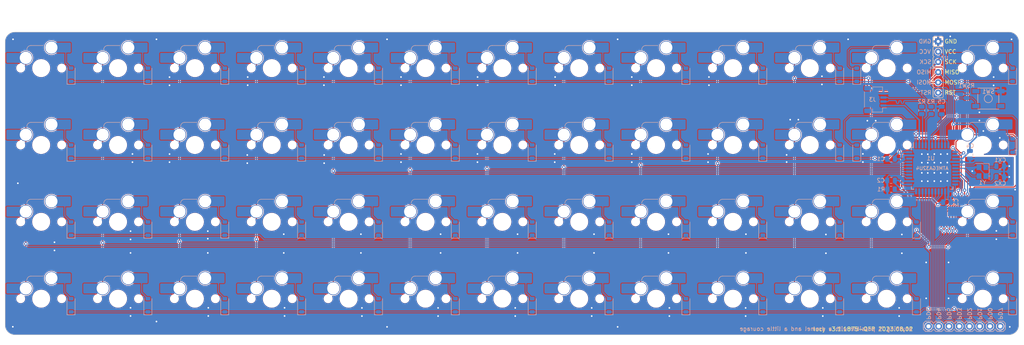
<source format=kicad_pcb>
(kicad_pcb (version 20221018) (generator pcbnew)
  (layers (0 "F.Cu" signal) (31 "B.Cu" signal) (34 "B.Paste" user) (35 "F.Paste" user) (36 "B.SilkS" user "B.Silkscreen") (37 "F.SilkS" user "F.Silkscreen") (38 "B.Mask" user) (39 "F.Mask" user) (44 "Edge.Cuts" user))
  (net 0 "")
  (net 1 "Net-(U1-UCAP)")
  (net 2 "GND")
  (net 3 "VCC")
  (net 4 "XTAL2")
  (net 5 "XTAL1")
  (net 6 "Net-(D1-A)")
  (net 7 "Net-(D2-A)")
  (net 8 "row2")
  (net 9 "Net-(D3-A)")
  (net 10 "Net-(D4-A)")
  (net 11 "Net-(D5-A)")
  (net 12 "Net-(D6-A)")
  (net 13 "Net-(D7-A)")
  (net 14 "Net-(D8-A)")
  (net 15 "Net-(D9-A)")
  (net 16 "Net-(D10-A)")
  (net 17 "Net-(D11-A)")
  (net 18 "Net-(D12-A)")
  (net 19 "Net-(D13-A)")
  (net 20 "Net-(D14-A)")
  (net 21 "Net-(D15-A)")
  (net 22 "Net-(D16-A)")
  (net 23 "Net-(D17-A)")
  (net 24 "Net-(D18-A)")
  (net 25 "Net-(D19-A)")
  (net 26 "Net-(D20-A)")
  (net 27 "Net-(D21-A)")
  (net 28 "Net-(D22-A)")
  (net 29 "Net-(D23-A)")
  (net 30 "Net-(D24-A)")
  (net 31 "Net-(D25-A)")
  (net 32 "Net-(D26-A)")
  (net 33 "Net-(D27-A)")
  (net 34 "Net-(D28-A)")
  (net 35 "Net-(D29-A)")
  (net 36 "Net-(D30-A)")
  (net 37 "Net-(D31-A)")
  (net 38 "Net-(D32-A)")
  (net 39 "Net-(D33-A)")
  (net 40 "Net-(D34-A)")
  (net 41 "Net-(D35-A)")
  (net 42 "Net-(D36-A)")
  (net 43 "Net-(D37-A)")
  (net 44 "Net-(D38-A)")
  (net 45 "Net-(D39-A)")
  (net 46 "Net-(D40-A)")
  (net 47 "Net-(D41-A)")
  (net 48 "Net-(D42-A)")
  (net 49 "Net-(D43-A)")
  (net 50 "Net-(D44-A)")
  (net 51 "Net-(D45-A)")
  (net 52 "Net-(D46-A)")
  (net 53 "Net-(D47-A)")
  (net 54 "Net-(D48-A)")
  (net 55 "Net-(D49-A)")
  (net 56 "Net-(D50-A)")
  (net 57 "Net-(D51-A)")
  (net 58 "Net-(D52-A)")
  (net 59 "col0")
  (net 60 "col3")
  (net 61 "col4")
  (net 62 "col5")
  (net 63 "col6")
  (net 64 "col7")
  (net 65 "col8")
  (net 66 "col9")
  (net 67 "Net-(U1-~{HWB}{slash}PE2)")
  (net 68 "D+")
  (net 69 "D-")
  (net 70 "Net-(U1-D-)")
  (net 71 "Net-(U1-D+)")
  (net 72 "ISP_Reset")
  (net 74 "row3")
  (net 75 "row0")
  (net 76 "row1")
  (net 77 "col11{slash}miso")
  (net 78 "col10{slash}mosi")
  (net 79 "col12{slash}sck")
  (net 80 "col1")
  (net 81 "col2")
  (net 82 "extra1")
  (net 83 "extra2")
  (net 84 "extra3")
  (net 85 "extra4")
  (net 86 "extra5")
  (net 87 "extra6")
  (net 88 "extra7")
  (net 89 "extra8")
  (footprint "Diode_SMD:D_SOD-123" (layer "B.Cu") (at 158.606252 31.425 90)
    (fp_text reference "D7")
    (fp_text value "D_Small")
  )
  (footprint "Capacitor_SMD:C_0805_2012Metric" (layer "B.Cu") (at 267.1 51.25 -90)
    (fp_text reference "C4")
    (fp_text value ".1uF")
  )
  (footprint "Resistor_SMD:R_0805_2012Metric" (layer "B.Cu") (at 266.25 36.25 90)
    (fp_text reference "RSW1")
    (fp_text value "10k")
  )
  (footprint "Diode_SMD:D_SOD-123" (layer "B.Cu") (at 177.656252 31.425 90)
    (fp_text reference "D8")
    (fp_text value "D_Small")
  )
  (footprint "Diode_SMD:D_SOD-123" (layer "B.Cu") (at 44.306252 50.475 90)
    (fp_text reference "D14")
    (fp_text value "D_Small")
  )
  (footprint "marbastlib-mx:SW_MX_HS_S_1u" (layer "B.Cu") (at 75.009438 86.915698 180)
    (fp_text reference "MX42" hide)
    (fp_text value "MX-NoLED" hide)
  )
  (footprint "Diode_SMD:D_SOD-123" (layer "B.Cu") (at 196.706252 69.55 90)
    (fp_text reference "D35")
    (fp_text value "D_Small")
  )
  (footprint "Diode_SMD:D_SOD-123" (layer "B.Cu") (at 234.806252 31.425 90)
    (fp_text reference "D11")
    (fp_text value "D_Small")
  )
  (footprint "Resistor_SMD:R_0805_2012Metric" (layer "B.Cu") (at 257.45 40.25 -90)
    (fp_text reference "R3")
    (fp_text value "22")
  )
  (footprint "marbastlib-mx:SW_MX_HS_S_1u" (layer "B.Cu") (at 189.309534 29.76565 180)
    (fp_text reference "MX9" hide)
    (fp_text value "MX-NoLED" hide)
  )
  (footprint "marbastlib-mx:SW_MX_HS_S_1u" (layer "B.Cu") (at 75.009438 29.76565 180)
    (fp_text reference "MX3" hide)
    (fp_text value "MX-NoLED" hide)
  )
  (footprint "Diode_SMD:D_SOD-123" (layer "B.Cu") (at 277.668748 69.55 90)
    (fp_text reference "D39")
    (fp_text value "D_Small")
  )
  (footprint "marbastlib-mx:SW_MX_HS_S_1u" (layer "B.Cu") (at 55.959422 86.915698 180)
    (fp_text reference "MX41" hide)
    (fp_text value "MX-NoLED" hide)
  )
  (footprint "marbastlib-mx:SW_MX_HS_S_1u" (layer "B.Cu") (at 246.459582 48.815666 180)
    (fp_text reference "MX25" hide)
    (fp_text value "MX-NoLED" hide)
  )
  (footprint "marbastlib-mx:SW_MX_HS_S_1u" (layer "B.Cu") (at 189.309534 48.815666 180)
    (fp_text reference "MX22" hide)
    (fp_text value "MX-NoLED" hide)
  )
  (footprint "marbastlib-mx:SW_MX_HS_S_1u" (layer "B.Cu") (at 208.35955 86.915698 180)
    (fp_text reference "MX49" hide)
    (fp_text value "MX-NoLED" hide)
  )
  (footprint "Diode_SMD:D_SOD-123" (layer "B.Cu") (at 158.606252 88.55 90)
    (fp_text reference "D46")
    (fp_text value "D_Small")
  )
  (footprint "Diode_SMD:D_SOD-123" (layer "B.Cu") (at 44.306252 88.55 90)
    (fp_text reference "D40")
    (fp_text value "D_Small")
  )
  (footprint "marbastlib-mx:SW_MX_HS_S_1u" (layer "B.Cu") (at 208.35955 29.76565 180)
    (fp_text reference "MX10" hide)
    (fp_text value "MX-NoLED" hide)
  )
  (footprint "Capacitor_SMD:C_0805_2012Metric" (layer "B.Cu") (at 274.6 54.05)
    (fp_text reference "CX1")
    (fp_text value "22pF")
  )
  (footprint "Resistor_SMD:R_0805_2012Metric" (layer "B.Cu") (at 255.15 40.25 90)
    (fp_text reference "R2")
    (fp_text value "22")
  )
  (footprint "Capacitor_SMD:C_0805_2012Metric" (layer "B.Cu") (at 247.540834 52.275 180)
    (fp_text reference "C1")
    (fp_text value "10uF")
  )
  (footprint "Diode_SMD:D_SOD-123" (layer "B.Cu") (at 101.456252 31.425 90)
    (fp_text reference "D4")
    (fp_text value "D_Small")
  )
  (footprint "Crystal:Crystal_SMD_3225-4Pin_3.2x2.5mm" (layer "B.Cu") (at 270.2 55.425 -90)
    (fp_text reference "Y1")
    (fp_text value "16MHz")
  )
  (footprint "Capacitor_SMD:C_0805_2012Metric" (layer "B.Cu") (at 247.55 57.6 180)
    (fp_text reference "C2")
    (fp_text value ".1uF")
  )
  (footprint "marbastlib-mx:SW_MX_HS_S_1u" (layer "B.Cu") (at 132.159486 48.815666 180)
    (fp_text reference "MX19" hide)
    (fp_text value "MX-NoLED" hide)
  )
  (footprint "Diode_SMD:D_SOD-123" (layer "B.Cu") (at 82.406252 69.55 90)
    (fp_text reference "D29")
    (fp_text value "D_Small")
  )
  (footprint "marbastlib-mx:SW_MX_HS_S_1u" (layer "B.Cu") (at 170.259518 48.815666 180)
    (fp_text reference "MX21" hide)
    (fp_text value "MX-NoLED" hide)
  )
  (footprint "Diode_SMD:D_SOD-123" (layer "B.Cu") (at 234.806252 50.475 90)
    (fp_text reference "D24")
    (fp_text value "D_Small")
  )
  (footprint "Diode_SMD:D_SOD-123" (layer "B.Cu") (at 120.506252 69.55 90)
    (fp_text reference "D31")
    (fp_text value "D_Small")
  )
  (footprint "Diode_SMD:D_SOD-123" (layer "B.Cu") (at 139.556252 88.55 90)
    (fp_text reference "D45")
    (fp_text value "D_Small")
  )
  (footprint "Diode_SMD:D_SOD-123" (layer "B.Cu") (at 82.406252 50.475 90)
    (fp_text reference "D16")
    (fp_text value "D_Small")
  )
  (footprint "Diode_SMD:D_SOD-123" (layer "B.Cu") (at 63.356252 88.55 90)
    (fp_text reference "D41")
    (fp_text value "D_Small")
  )
  (footprint "marbastlib-mx:SW_MX_HS_S_1u" (layer "B.Cu") (at 75.009438 48.815666 180)
    (fp_text reference "MX16" hide)
    (fp_text value "MX-NoLED" hide)
  )
  (footprint "Diode_SMD:D_SOD-123" (layer "B.Cu") (at 277.668748 31.425 90)
    (fp_text reference "D13")
    (fp_text value "D_Small")
  )
  (footprint "marbastlib-mx:SW_MX_HS_S_1u" (layer "B.Cu") (at 132.159486 67.865682 180)
    (fp_text reference "MX32" hide)
    (fp_text value "MX-NoLED" hide)
  )
  (footprint "Diode_SMD:D_SOD-123" (layer "B.Cu") (at 215.756252 88.55 90)
    (fp_text reference "D49")
    (fp_text value "D_Small")
  )
  (footprint "marbastlib-mx:SW_MX_HS_S_1u" (layer "B.Cu") (at 170.259518 29.76565 180)
    (fp_text reference "MX8" hide)
    (fp_text value "MX-NoLED" hide)
  )
  (footprint "Diode_SMD:D_SOD-123" (layer "B.Cu") (at 253.856252 88.55 90)
    (fp_text reference "D51")
    (fp_text value "D_Small")
  )
  (footprint "Diode_SMD:D_SOD-123" (layer "B.Cu") (at 234.806252 88.55 90)
    (fp_text reference "D50")
    (fp_text value "D_Small")
  )
  (footprint "Capacitor_SMD:C_0805_2012Metric" (layer "B.Cu") (at 260.075 40.25 90)
    (fp_text reference "C5")
    (fp_text value "1uF")
  )
  (footprint "Diode_SMD:D_SOD-123" (layer "B.Cu") (at 277.668748 88.55 90)
    (fp_text reference "D52")
    (fp_text value "D_Small")
  )
  (footprint "marbastlib-mx:SW_MX_HS_S_1u" (layer "B.Cu") (at 151.209502 67.865682 180)
    (fp_text reference "MX33" hide)
    (fp_text value "MX-NoLED" hide)
  )
  (footprint "Diode_SMD:D_SOD-123" (layer "B.Cu") (at 234.806252 69.55 90)
    (fp_text reference "D37")
    (fp_text value "D_Small")
  )
  (footprint "Diode_SMD:D_SOD-123" (layer "B.Cu") (at 82.406252 31.425 90)
    (fp_text reference "D3")
    (fp_text value "D_Small")
  )
  (footprint "Capacitor_SMD:C_0805_2012Metric" (layer "B.Cu") (at 261.4 63)
    (fp_text reference "C3")
    (fp_text value ".1uF")
  )
  (footprint "marbastlib-mx:SW_MX_HS_S_1u" (layer "B.Cu") (at 227.409566 67.865682 180)
    (fp_text reference "MX37" hide)
    (fp_text value "MX-NoLED" hide)
  )
  (footprint "Diode_SMD:D_SOD-123" (layer "B.Cu") (at 120.506252 50.475 90)
    (fp_text reference "D18")
    (fp_text value "D_Small")
  )
  (footprint "Diode_SMD:D_SOD-123" (layer "B.Cu") (at 63.356252 69.55 90)
    (fp_text reference "D28")
    (fp_text value "D_Small")
  )
  (footprint "marbastlib-mx:SW_MX_HS_S_1u" (layer "B.Cu") (at 170.259518 67.865682 180)
    (fp_text reference "MX34" hide)
    (fp_text value "MX-NoLED" hide)
  )
  (footprint "marbastlib-mx:SW_MX_HS_S_1u" (layer "B.Cu") (at 55.959422 67.865682 180)
    (fp_text reference "MX28" hide)
    (fp_text value "MX-NoLED" hide)
  )
  (footprint "marbastlib-mx:SW_MX_HS_S_1u" (layer "B.Cu") (at 170.259518 86.915698 180)
    (fp_text reference "MX47" hide)
    (fp_text value "MX-NoLED" hide)
  )
  (footprint "Diode_SMD:D_SOD-123" (layer "B.Cu") (at 139.556252 69.55 90)
    (fp_text reference "D32")
    (fp_text value "D_Small")
  )
  (footprint "marbastlib-mx:SW_MX_HS_S_1u" (layer "B.Cu") (at 132.159486 86.915698 180)
    (fp_text reference "MX45" hide)
    (fp_text value "MX-NoLED" hide)
  )
  (footprint "Diode_SMD:D_SOD-123" (layer "B.Cu") (at 120.506252 31.425 90)
    (fp_text reference "D5")
    (fp_text value "D_Small")
  )
  (footprint "marbastlib-mx:SW_MX_HS_S_1u" (layer "B.Cu") (at 94.059454 29.76565 180)
    (fp_text reference "MX4" hide)
    (fp_text value "MX-NoLED" hide)
  )
  (footprint "Diode_SMD:D_SOD-123" (layer "B.Cu") (at 44.306252 69.55 90)
    (fp_text reference "D27")
    (fp_text value "D_Small")
  )
  (footprint "marbastlib-mx:SW_MX_HS_S_1u" (layer "B.Cu") (at 75.009438 67.865682 180)
    (fp_text reference "MX29" hide)
    (fp_text value "MX-NoLED" hide)
  )
  (footprint "marbastlib-mx:SW_MX_HS_S_1u" (layer "B.Cu") (at 151.209502 29.76565 180)
    (fp_text reference "MX7" hide)
    (fp_text value "MX-NoLED" hide)
  )
  (footprint "Diode_SMD:D_SOD-123" (layer "B.Cu") (at 196.706252 88.55 90)
    (fp_text reference "D48")
    (fp_text value "D_Small")
  )
  (footprint "Diode_SMD:D_SOD-123" (layer "B.Cu") (at 177.656252 69.55 90)
    (fp_text reference "D34")
    (fp_text value "D_Small")
  )
  (footprint "marbastlib-mx:SW_MX_HS_S_1u" (layer "B.Cu") (at 113.10947 48.815666 180)
    (fp_text reference "MX18" hide)
    (fp_text value "MX-NoLED" hide)
  )
  (footprint "Diode_SMD:D_SOD-123" (layer "B.Cu") (at 158.606252 50.475 90)
    (fp_text reference "D20")
    (fp_text value "D_Small")
  )
  (footprint "marbastlib-mx:SW_MX_HS_S_1u" (layer "B.Cu") (at 270.272102 67.865682 180)
    (fp_text reference "MX39" hide)
    (fp_text value "MX-NoLED" hide)
  )
  (footprint "Connector_JST:JST_SH_SM04B-SRSS-TB_1x04-1MP_P1.00mm_Horizontal" (layer "B.Cu") (at 243.65 37.55 90)
    (fp_text reference "J3")
    (fp_text value "4PIN")
  )
  (footprint "marbastlib-mx:SW_MX_HS_S_1u" (layer "B.Cu") (at 227.409566 48.815666 180)
    (fp_text reference "MX24" hide)
    (fp_text value "MX-NoLED" hide)
  )
  (footprint "Diode_SMD:D_SOD-123" (layer "B.Cu") (at 139.556252 50.475 90)
    (fp_text reference "D19")
    (fp_text value "D_Small")
  )
  (footprint "marbastlib-mx:SW_MX_HS_S_1u" (layer "B.Cu") (at 94.059454 86.915698 180)
    (fp_text reference "MX43" hide)
    (fp_text value "MX-NoLED" hide)
  )
  (footprint "marbastlib-mx:SW_MX_HS_S_1u" (layer "B.Cu") (at 270.272102 29.76565 180)
    (fp_text reference "MX13" hide)
    (fp_text value "MX-NoLED" hide)
  )
  (footprint "marbastlib-mx:SW_MX_HS_S_1u" (layer "B.Cu") (at 132.159486 29.76565 180)
    (fp_text reference "MX6" hide)
    (fp_text value "MX-NoLED" hide)
  )
  (footprint "marbastlib-mx:SW_MX_HS_S_1u" (layer "B.Cu") (at 208.35955 67.865682 180)
    (fp_text reference "MX36" hide)
    (fp_text value "MX-NoLED" hide)
  )
  (footprint "Resistor_SMD:R_0805_2012Metric" (layer "B.Cu") (at 247.55 59.8)
    (fp_text reference "R1")
    (fp_text value "10k")
  )
  (footprint "Connector_PinSocket_2.54mm:PinSocket_1x08_P2.54mm_Vertical" (layer "B.Cu") (at 256.825 93.75 -90)
    (fp_text reference "J5")
    (fp_text value "Conn_01x08")
  )
  (footprint "Diode_SMD:D_SOD-123" (layer "B.Cu") (at 139.556252 31.425 90)
    (fp_text reference "D6")
    (fp_text value "D_Small")
  )
  (footprint "marbastlib-mx:SW_MX_HS_S_1u" (layer "B.Cu") (at 94.059454 67.865682 180)
    (fp_text reference "MX30" hide)
    (fp_text value "MX-NoLED" hide)
  )
  (footprint "Diode_SMD:D_SOD-123" (layer "B.Cu") (at 239.05 31.425 90)
    (fp_text reference "D12")
    (fp_text value "D_Small")
  )
  (footprint "Diode_SMD:D_SOD-123" (layer "B.Cu") (at 101.456252 69.55 90)
    (fp_text reference "D30")
    (fp_text value "D_Small")
  )
  (footprint "Diode_SMD:D_SOD-123" (layer "B.Cu") (at 63.351252 31.425 90)
    (fp_text reference "D2")
    (fp_text value "D_Small")
  )
  (footprint "Capacitor_SMD:C_0805_2012Metric" (layer "B.Cu") (at 274.6 56.75)
    (fp_text reference "CX2")
    (fp_text value "22pF")
  )
  (footprint "marbastlib-mx:SW_MX_HS_S_1u" (layer "B.Cu") (at 189.309534 67.865682 180)
    (fp_text reference "MX35" hide)
    (fp_text value "MX-NoLED" hide)
  )
  (footprint "marbastlib-mx:SW_MX_HS_S_1u" (layer "B.Cu") (at 55.959422 48.815666 180)
    (fp_text reference "MX15" hide)
    (fp_text value "MX-NoLED" hide)
  )
  (footprint "marbastlib-mx:SW_MX_HS_S_1u" (layer "B.Cu") (at 189.309534 86.915698 180)
    (fp_text reference "MX48" hide)
    (fp_text value "MX-NoLED" hide)
  )
  (footprint "Diode_SMD:D_SOD-123" (layer "B.Cu") (at 158.606252 69.55 90)
    (fp_text reference "D33")
    (fp_text value "D_Small")
  )
  (footprint "marbastlib-mx:SW_MX_HS_S_1u" (layer "B.Cu") (at 113.10947 67.865682 180)
    (fp_text reference "MX31" hide)
    (fp_text value "MX-NoLED" hide)
  )
  (footprint "Diode_SMD:D_SOD-123" (layer "B.Cu") (at 196.706252 50.475 90)
    (fp_text reference "D22")
    (fp_text value "D_Small")
  )
  (footprint "marbastlib-mx:SW_MX_HS_S_1u" (layer "B.Cu") (at 94.059454 48.815666 180)
    (fp_text reference "MX17" hide)
    (fp_text value "MX-NoLED" hide)
  )
  (footprint "Diode_SMD:D_SOD-123" (layer "B.Cu") (at 215.756252 69.55 90)
    (fp_text reference "D36")
    (fp_text value "D_Small")
  )
  (footprint "marbastlib-mx:SW_MX_HS_S_1u" (layer "B.Cu") (at 246.459582 86.915698 180)
    (fp_text reference "MX51" hide)
    (fp_text value "MX-NoLED" hide)
  )
  (footprint "Package_QFP:TQFP-44_10x10mm_P0.8mm" (layer "B.Cu") (at 257.75 54.6 -90)
    (fp_text reference "U1")
    (fp_text value "ATmega32U4-A")
  )
  (footprint "marbastlib-mx:SW_MX_HS_S_1u" (layer "B.Cu") (at 113.10947 86.915698 180)
    (fp_text reference "MX44" hide)
    (fp_text value "MX-NoLED" hide)
  )
  (footprint "marbastlib-mx:SW_MX_HS_S_1u" (layer "B.Cu") (at 36.909406 67.865682 180)
    (fp_text reference "MX27" hide)
    (fp_text value "MX-NoLED" hide)
  )
  (footprint "marbastlib-mx:SW_MX_HS_S_1u" (layer "B.Cu") (at 36.909406 86.915698 180)
    (fp_text reference "MX40" hide)
    (fp_text value "MX-NoLED" hide)
  )
  (footprint "marbastlib-mx:SW_MX_HS_S_1u" (layer "B.Cu") (at 246.459582 29.76565 180)
    (fp_text reference "MX12" hide)
    (fp_text value "MX-NoLED" hide)
  )
  (footprint "Diode_SMD:D_SOD-123" (layer "B.Cu") (at 101.456252 88.55 90)
    (fp_text reference "D43")
    (fp_text value "D_Small")
  )
  (footprint "Diode_SMD:D_SOD-123" (layer "B.Cu") (at 177.656252 88.55 90)
    (fp_text reference "D47")
    (fp_text value "D_Small")
  )
  (footprint "marbastlib-mx:SW_MX_HS_S_1u" (layer "B.Cu") (at 227.409566 29.76565 180)
    (fp_text reference "MX11" hide)
    (fp_text value "MX-NoLED" hide)
  )
  (footprint "Diode_SMD:D_SOD-123" (layer "B.Cu") (at 196.706252 31.425 90)
    (fp_text reference "D9")
    (fp_text value "D_Small")
  )
  (footprint "marbastlib-mx:SW_MX_HS_S_1u" (layer "B.Cu") (at 208.35955 48.815666 180)
    (fp_text reference "MX23" hide)
    (fp_text value "MX-NoLED" hide)
  )
  (footprint "marbastlib-mx:SW_MX_HS_S_1u" (layer "B.Cu") (at 270.272102 86.915698 180)
    (fp_text reference "MX52" hide)
    (fp_text value "MX-NoLED" hide)
  )
  (footprint "Diode_SMD:D_SOD-123" (layer "B.Cu") (at 44.311252 31.4025 90)
    (fp_text reference "D1")
    (fp_text value "D_Small")
  )
  (footprint "Diode_SMD:D_SOD-123" (layer "B.Cu") (at 177.656252 50.475 90)
    (fp_text reference "D21")
    (fp_text value "D_Small")
  )
  (footprint "marbastlib-mx:SW_MX_HS_S_1u" (layer "B.Cu") (at 55.959422 29.76565 180)
    (fp_text reference "MX2" hide)
    (fp_text value "MX-NoLED" hide)
  )
  (footprint "marbastlib-mx:SW_MX_HS_S_1u" (layer "B.Cu") (at 227.409566 86.915698 180)
    (fp_text reference "MX50" hide)
    (fp_text value "MX-NoLED" hide)
  )
  (footprint "Diode_SMD:D_SOD-123" (layer "B.Cu") (at 253.856252 69.55 90)
    (fp_text reference "D38")
    (fp_text value "D_Small")
  )
  (footprint "marbastlib-mx:SW_MX_HS_S_1u" (layer "B.Cu") (at 151.209502 48.815666 180)
    (fp_text reference "MX20" hide)
    (fp_text value "MX-NoLED" hide)
  )
  (footprint "marbastlib-mx:SW_MX_HS_S_1u" (layer "B.Cu") (at 270.272102 48.815666 180)
    (fp_text reference "MX26" hide)
    (fp_text value "MX-NoLED" hide)
  )
  (footprint "Diode_SMD:D_SOD-123" (layer "B.Cu") (at 63.356252 50.475 90)
    (fp_text reference "D15")
    (fp_text value "D_Small")
  )
  (footprint "marbastlib-mx:SW_MX_HS_S_1u" (layer "B.Cu") (at 36.909406 29.76565 180)
    (fp_text reference "MX1" hide)
    (fp_text value "MX-NoLED" hide)
  )
  (footprint "acheron_Connectors:PinHeader_1x6_P2.54mm_Vertical" (layer "B.Cu") (at 259.225 29.5 180)
    (fp_text reference "J2" hide)
    (fp_text value "AVR-ISP-6_mod" hide)
  )
  (footprint "random-keyboard-parts:SKQG-1155865" (layer "B.Cu") (at 271.65 37.325)
    (fp_text reference "SW1")
    (fp_text value "SW_PUSH")
  )
  (footprint "Diode_SMD:D_SOD-123" (layer "B.Cu") (at 215.756252 50.475 90)
    (fp_text reference "D23")
    (fp_text value "D_Small")
  )
  (footprint "Diode_SMD:D_SOD-123" (layer "B.Cu") (at 239.056252 50.475 90)
    (fp_text reference "D25")
    (fp_text value "D_Small")
  )
  (footprint "Diode_SMD:D_SOD-123" (layer "B.Cu") (at 82.406252 88.55 90)
    (fp_text reference "D42")
    (fp_text value "D_Small")
  )
  (footprint "Diode_SMD:D_SOD-123" (layer "B.Cu") (at 277.668748 48.975 90)
    (fp_text reference "D26")
    (fp_text value "D_Small")
  )
  (footprint "marbastlib-mx:SW_MX_HS_S_1u" (layer "B.Cu") (at 246.459582 67.865682 180)
    (fp_text reference "MX38" hide)
    (fp_text value "MX-NoLED" hide)
  )
  (footprint "Diode_SMD:D_SOD-123" (layer "B.Cu") (at 215.756252 31.425 90)
    (fp_text reference "D10")
    (fp_text value "D_Small")
  )
  (footprint "marbastlib-mx:SW_MX_HS_S_1u" (layer "B.Cu") (at 113.10947 29.76565 180)
    (fp_text reference "MX5" hide)
    (fp_text value "MX-NoLED" hide)
  )
  (footprint "Diode_SMD:D_SOD-123" (layer "B.Cu") (at 120.506252 88.55 90)
    (fp_text reference "D44")
    (fp_text value "D_Small")
  )
  (footprint "Diode_SMD:D_SOD-123" (layer "B.Cu") (at 101.456252 50.475 90)
    (fp_text reference "D17")
    (fp_text value "D_Small")
  )
  (footprint "marbastlib-mx:SW_MX_HS_S_1u" (layer "B.Cu") (at 151.209502 86.915698 180)
    (fp_text reference "MX46" hide)
    (fp_text value "MX-NoLED" hide)
  )
  (footprint "marbastlib-mx:SW_MX_HS_S_1u" (layer "B.Cu") (at 36.909406 48.815666 180)
    (fp_text reference "MX14" hide)
    (fp_text value "MX-NoLED" hide)
  )
  (gr_arc (start 279.201797 93.464141) (mid 278.50433 95.147913) (end 276.820545 95.845393) (stroke (width 0.1)) (layer "Edge.Cuts"))
  (gr_line (start 279.201798 23.217206) (end 279.201797 93.464141) (stroke (width 0.1)) (layer "Edge.Cuts"))
  (gr_line (start 27.979711 93.464141) (end 27.979711 23.217207) (stroke (width 0.1)) (layer "Edge.Cuts"))
  (gr_arc (start 276.820546 20.835954) (mid 278.504345 21.533406) (end 279.201798 23.217206) (stroke (width 0.1)) (layer "Edge.Cuts"))
  (gr_line (start 276.820545 95.845393) (end 30.360963 95.845393) (stroke (width 0.1)) (layer "Edge.Cuts"))
  (gr_arc (start 27.979711 23.217207) (mid 28.677162 21.533407) (end 30.360963 20.835955) (stroke (width 0.1)) (layer "Edge.Cuts"))
  (gr_line (start 30.360963 20.835955) (end 276.820546 20.835954) (stroke (width 0.1)) (layer "Edge.Cuts"))
  (gr_arc (start 30.360963 95.845393) (mid 28.677142 95.147947) (end 27.979711 93.464141) (stroke (width 0.1)) (layer "Edge.Cuts"))
  (gr_text "anything is possible with a dremel and a little courage" (at 231.406252 94.375) (layer "B.SilkS") (effects (font (size 1 1)) (justify mirror)))
  (gr_text "lucy v3.1.1875-QFP 2023.08.02" (at 228.15 95.025) (layer "F.SilkS") (effects (font (size 1 1)) (justify left bottom)))
  (segment (start 257.75 46.45) (end 259.3372 44.8628) (width 0.254) (layer "B.Cu") (net 1))
  (segment (start 260.075 42.650264) (end 260.075 41.2) (width 0.254) (layer "B.Cu") (net 1))
  (segment (start 259.3372 43.388064) (end 260.075 42.650264) (width 0.254) (layer "B.Cu") (net 1))
  (segment (start 257.75 48.9) (end 257.75 46.45) (width 0.254) (layer "B.Cu") (net 1))
  (segment (start 259.3372 44.8628) (end 259.3372 43.388064) (width 0.254) (layer "B.Cu") (net 1))
  (segment (start 192.606252 89.2) (end 192.606252 91.225) (width 0.254) (layer "F.Cu") (net 2))
  (segment (start 97.031252 70.925) (end 97.031252 74.525) (width 0.254) (layer "F.Cu") (net 2))
  (segment (start 192.381252 70.925) (end 192.381252 74.525) (width 0.254) (layer "F.Cu") (net 2))
  (segment (start 88.091252 31.975) (end 88.091252 34) (width 0.254) (layer "F.Cu") (net 2))
  (segment (start 164.291252 31.975) (end 164.291252 34) (width 0.254) (layer "F.Cu") (net 2))
  (segment (start 116.156252 70.925) (end 116.156252 74.525) (width 0.254) (layer "F.Cu") (net 2))
  (segment (start 240.566252 51.025) (end 240.566252 53.05) (width 0.254) (layer "F.Cu") (net 2))
  (segment (start 87.991252 51.05) (end 87.991252 53.075) (width 0.254) (layer "F.Cu") (net 2))
  (segment (start 202.416252 31.975) (end 202.416252 34) (width 0.254) (layer "F.Cu") (net 2))
  (segment (start 40.206252 72.925) (end 40.206252 74.95) (width 0.254) (layer "F.Cu") (net 2))
  (segment (start 126.091252 51.05) (end 126.091252 53.075) (width 0.254) (layer "F.Cu") (net 2))
  (segment (start 273.65 70.11) (end 273.65 72.17) (width 0.254) (layer "F.Cu") (net 2))
  (segment (start 68.716252 32) (end 68.716252 34.025) (width 0.254) (layer "F.Cu") (net 2))
  (segment (start 106.991252 31.975) (end 106.991252 34) (width 0.254) (layer "F.Cu") (net 2))
  (segment (start 59.531252 51.05) (end 59.531252 53.075) (width 0.254) (layer "F.Cu") (net 2))
  (segment (start 154.981252 70.925) (end 154.981252 74.525) (width 0.254) (layer "F.Cu") (net 2))
  (segment (start 211.581252 74.525) (end 211.581252 75.575) (width 0.254) (layer "F.Cu") (net 2))
  (segment (start 272.97 34.05) (end 272.97 31.99) (width 0.254) (layer "F.Cu") (net 2))
  (segment (start 273.65 72.17) (end 273.645 72.175) (width 0.254) (layer "F.Cu") (net 2))
  (segment (start 135.906252 74.525) (end 135.906252 75.575) (width 0.254) (layer "F.Cu") (net 2))
  (segment (start 230.421252 31.7875) (end 230.421252 33.8125) (width 0.254) (layer "F.Cu") (net 2))
  (segment (start 173.356252 89.2) (end 173.356252 91.225) (width 0.254) (layer "F.Cu") (net 2))
  (segment (start 97.031252 74.525) (end 97.031252 75.575) (width 0.254) (layer "F.Cu") (net 2))
  (segment (start 116.406252 89.2) (end 116.406252 91.225) (width 0.254) (layer "F.Cu") (net 2))
  (segment (start 249.556252 89.2) (end 249.556252 91.225) (width 0.254) (layer "F.Cu") (net 2))
  (segment (start 173.931252 74.525) (end 173.931252 75.575) (width 0.254) (layer "F.Cu") (net 2))
  (segment (start 211.581252 70.925) (end 211.581252 74.525) (width 0.254) (layer "F.Cu") (net 2))
  (segment (start 231.406252 74.6) (end 231.406252 75.65) (width 0.254) (layer "F.Cu") (net 2))
  (segment (start 183.291252 31.975) (end 183.291252 34) (width 0.254) (layer "F.Cu") (net 2))
  (segment (start 211.506252 89.2) (end 211.506252 91.225) (width 0.254) (layer "F.Cu") (net 2))
  (segment (start 269.45 40.725) (end 269.45 42.75) (width 0.254) (layer "F.Cu") (net 2))
  (segment (start 135.906252 70.925) (end 135.906252 74.525) (width 0.254) (layer "F.Cu") (net 2))
  (segment (start 256.25 86.825) (end 261.8 86.825) (width 0.254) (layer "F.Cu") (net 2))
  (segment (start 116.156252 74.525) (end 116.156252 75.575) (width 0.254) (layer "F.Cu") (net 2))
  (segment (start 78.331252 89.175) (end 78.331252 91.2) (width 0.254) (layer "F.Cu") (net 2))
  (segment (start 221.666252 51.025) (end 221.666252 53.05) (width 0.254) (layer "F.Cu") (net 2))
  (segment (start 272.97 31.99) (end 272.975 31.985) (width 0.254) (layer "F.Cu") (net 2))
  (segment (start 231.406252 71) (end 231.406252 74.6) (width 0.254) (layer "F.Cu") (net 2))
  (segment (start 126.091252 31.975) (end 126.091252 34) (width 0.254) (layer "F.Cu") (net 2))
  (segment (start 145.041252 51.3) (end 145.041252 53.075) (width 0.254) (layer "F.Cu") (net 2))
  (segment (start 202.191252 51.05) (end 202.191252 53.075) (width 0.254) (layer "F.Cu") (net 2))
  (segment (start 250.231252 74.6) (end 250.231252 75.65) (width 0.254) (layer "F.Cu") (net 2))
  (segment (start 78.206252 70.175) (end 78.206252 75.575) (width 0.254) (layer "F.Cu") (net 2))
  (segment (start 192.381252 74.525) (end 192.381252 75.575) (width 0.254) (layer "F.Cu") (net 2))
  (segment (start 97.231252 89.175) (end 97.231252 91.2) (width 0.254) (layer "F.Cu") (net 2))
  (segment (start 183.291252 51.05) (end 183.291252 53.075) (width 0.254) (layer "F.Cu") (net 2))
  (segment (start 107.041252 51.3) (end 107.041252 53.325) (width 0.254) (layer "F.Cu") (net 2))
  (segment (start 256.25 77.925) (end 261.8 77.925) (width 0.254) (layer "F.Cu") (net 2))
  (segment (start 154.981252 74.525) (end 154.981252 75.575) (width 0.254) (layer "F.Cu") (net 2))
  (segment (start 135.281252 89.2) (end 135.281252 91.225) (width 0.254) (layer "F.Cu") (net 2))
  (segment (start 173.931252 70.925) (end 173.931252 74.525) (width 0.254) (layer "F.Cu") (net 2))
  (segment (start 250.231252 71) (end 250.231252 74.6) (width 0.254) (layer "F.Cu") (net 2))
  (segment (start 145.041252 51.05) (end 145.041252 51.3) (width 0.254) (layer "F.Cu") (net 2))
  (segment (start 59.056252 70.175) (end 59.056252 75.575) (width 0.254) (layer "F.Cu") (net 2))
  (segment (start 88.091252 31.975) (end 88.091252 31.98) (width 0.254) (layer "F.Cu") (net 2))
  (segment (start 68.716252 51.075) (end 68.721252 51.07) (width 0.254) (layer "F.Cu") (net 2))
  (segment (start 230.631252 89.2) (end 230.631252 91.225) (width 0.254) (layer "F.Cu") (net 2))
  (segment (start 68.716252 53.075) (end 68.716252 51.075) (width 0.254) (layer "F.Cu") (net 2))
  (segment (start 267.025 53.125) (end 266.075 53.125) (width 0.381) (layer "F.Cu") (net 2))
  (segment (start 164.191252 51.05) (end 164.191252 53.075) (width 0.254) (layer "F.Cu") (net 2))
  (segment (start 59.056252 89.175) (end 59.056252 91.2) (width 0.254) (layer "F.Cu") (net 2))
  (segment (start 145.066252 31.975) (end 145.066252 34) (width 0.254) (layer "F.Cu") (net 2))
  (segment (start 154.406252 89.2) (end 154.406252 91.225) (width 0.254) (layer "F.Cu") (net 2))
  (via (at 116.406252 89.2) (size 0.8128) (drill 0.4064) (layers "F.Cu" "B.Cu") (net 2))
  (via (at 126.091252 53.075) (size 0.8128) (drill 0.4064) (layers "F.Cu" "B.Cu") (net 2))
  (via (at 258.275 57.775) (size 0.8128) (drill 0.4064) (layers "F.Cu" "B.Cu") (net 2))
  (via (at 259.875 53.225) (size 0.8128) (drill 0.4064) (layers "F.Cu" "B.Cu") (net 2))
  (via (at 211.506252 89.2) (size 0.8128) (drill 0.4064) (layers "F.Cu" "B.Cu") (net 2))
  (via (at 29.881252 93.875) (size 0.8128) (drill 0.4064) (layers "F.Cu" "B.Cu") (net 2))
  (via (at 78.206252 72.05) (size 0.8128) (drill 0.4064) (layers "F.Cu" "B.Cu") (net 2))
  (via (at 122.631252 93.9) (size 0.8128) (drill 0.4064) (layers "F.Cu" "B.Cu") (net 2))
  (via (at 261.5 53.175) (size 0.8128) (drill 0.4064) (layers "F.Cu" "B.Cu") (net 2))
  (via (at 255.175 55.725) (size 0.8128) (drill 0.4064) (layers "F.Cu" "B.Cu") (net 2))
  (via (at 241.675 42.8) (size 0.8128) (drill 0.4064) (layers "F.Cu" "B.Cu") (net 2))
  (via (at 261.5 51.05) (size 0.8128) (drill 0.4064) (layers "F.Cu" "B.Cu") (net 2))
  (via (at 192.606252 89.2) (size 0.8128) (drill 0.4064) (layers "F.Cu" "B.Cu") (net 2))
  (via (at 183.291252 53.075) (size 0.8128) (drill 0.4064) (layers "F.Cu" "B.Cu") (net 2))
  (via (at 270.425 45.35) (size 0.8128) (drill 0.4064) (layers "F.Cu" "B.Cu") (net 2))
  (via (at 173.356252 89.2) (size 0.8128) (drill 0.4064) (layers "F.Cu" "B.Cu") (net 2))
  (via (at 274.5 47.05) (size 0.8128) (drill 0.4064) (layers "F.Cu" "B.Cu") (net 2))
  (via (at 256.65 51.1) (size 0.8128) (drill 0.4064) (layers "F.Cu" "B.Cu") (net 2))
  (via (at 59.056252 89.175) (size 0.8128) (drill 0.4064) (layers "F.Cu" "B.Cu") (net 2))
  (via (at 78.206252 75.575) (size 0.8128) (drill 0.4064) (layers "F.Cu" "B.Cu") (net 2))
  (via (at 154.981252 75.575) (size 0.8128) (drill 0.4064) (layers "F.Cu" "B.Cu") (net 2))
  (via (at 40.206252 74.95) (size 0.8128) (drill 0.4064) (layers "F.Cu" "B.Cu") (net 2))
  (via (at 65.481252 22.625) (size 0.8128) (drill 0.4064) (layers "F.Cu" "B.Cu") (net 2))
  (via (at 231.406252 71) (size 0.8128) (drill 0.4064) (layers "F.Cu" "B.Cu") (net 2))
  (via (at 230.631252 89.2) (size 0.8128) (drill 0.4064) (layers "F.Cu" "B.Cu") (net 2))
  (via (at 231.406252 75.65) (size 0.8128) (drill 0.4064) (layers "F.Cu" "B.Cu") (net 2))
  (via (at 240.566252 53.05) (size 0.8128) (drill 0.4064) (layers "F.Cu" "B.Cu") (net 2))
  (via (at 261.8 86.825) (size 0.8128) (drill 0.4064) (layers "F.Cu" "B.Cu") (net 2))
  (via (at 256.25 77.925) (size 0.8128) (drill 0.4064) (layers "F.Cu" "B.Cu") (net 2))
  (via (at 211.581252 75.575) (size 0.8128) (drill 0.4064) (layers "F.Cu" "B.Cu") (net 2))
  (via (at 126.091252 51.05) (size 0.8128) (drill 0.4064) (layers "F.Cu" "B.Cu") (net 2))
  (via (at 59.056252 70.175) (size 0.8128) (drill 0.4064) (layers "F.Cu" "B.Cu") (net 2))
  (via (at 59.531252 53.075) (size 0.8128) (drill 0.4064) (layers "F.Cu" "B.Cu") (net 2))
  (via (at 202.191252 53.075) (size 0.8128) (drill 0.4064) (layers "F.Cu" "B.Cu") (net 2))
  (via (at 211.506252 91.225) (size 0.8128) (drill 0.4064) (layers "F.Cu" "B.Cu") (net 2))
  (via (at 59.531252 51.05) (size 0.8128) (drill 0.4064) (layers "F.Cu" "B.Cu") (net 2))
  (via (at 88.091252 31.98) (size 0.8128) (drill 0.4064) (layers "F.Cu" "B.Cu") (net 2))
  (via (at 276.85 56.75) (size 0.8128) (drill 0.4064) (layers "F.Cu" "B.Cu") (net 2))
  (via (at 250.231252 75.65) (size 0.8128) (drill 0.4064) (layers "F.Cu" "B.Cu") (net 2))
  (via (at 173.931252 75.575) (size 0.8128) (drill 0.4064) (layers "F.Cu" "B.Cu") (net 2))
  (via (at 256.65 57.8) (size 0.8128) (drill 0.4064) (layers "F.Cu" "B.Cu") (net 2))
  (via (at 273.65 70.11) (size 0.8128) (drill 0.4064) (layers "F.Cu" "B.Cu") (net 2))
  (via (at 173.356252 91.225) (size 0.8128) (drill 0.4064) (layers "F.Cu" "B.Cu") (net 2))
  (via (at 224.571252 42.54) (size 0.8128) (drill 0.4064) (layers "F.Cu" "B.Cu") (net 2))
  (via (at 106.991252 34) (size 0.8128) (drill 0.4064) (layers "F.Cu" "B.Cu") (net 2))
  (via (at 202.416252 31.975) (size 0.8128) (drill 0.4064) (layers "F.Cu" "B.Cu") (net 2))
  (via (at 179.781252 93.9) (size 0.8128) (drill 0.4064) (layers "F.Cu" "B.Cu") (net 2))
  (via (at 135.906252 70.925) (size 0.8128) (drill 0.4064) (layers "F.Cu" "B.Cu") (net 2))
  (via (at 68.721252 51.07) (size 0.8128) (drill 0.4064) (layers "F.Cu" "B.Cu") (net 2))
  (via (at 88.091252 34) (size 0.8128) (drill 0.4064) (layers "F.Cu" "B.Cu") (net 2))
  (via (at 29.931252 22.625) (size 0.8128) (drill 0.4064) (layers "F.Cu" "B.Cu") (net 2))
  (via (at 145.066252 31.975) (size 0.8128) (drill 0.4064) (layers "F.Cu" "B.Cu") (net 2))
  (via (at 256.65 53.225) (size 0.8128) (drill 0.4064) (layers "F.Cu" "B.Cu") (net 2))
  (via (at 250.231252 71) (size 0.8128) (drill 0.4064) (layers "F.Cu" "B.Cu") (net 2))
  (via (at 278.3 59.9) (size 0.8128) (drill 0.4064) (layers "F.Cu" "B.Cu") (net 2))
  (via (at 59.056252 91.2) (size 0.8128) (drill 0.4064) (layers "F.Cu" "B.Cu") (net 2))
  (via (at 164.191252 51.05) (size 0.8128) (drill 0.4064) (layers "F.Cu" "B.Cu") (net 2))
  (via (at 256.65 55.75) (size 0.8128) (drill 0.4064) (layers "F.Cu" "B.Cu") (net 2))
  (via (at 145.041252 53.075) (size 0.8128) (drill 0.4064) (layers "F.Cu" "B.Cu") (net 2))
  (via (at 173.931252 70.925) (size 0.8128) (drill 0.4064) (layers "F.Cu" "B.Cu") (net 2))
  (via (at 192.381252 75.575) (size 0.8128) (drill 0.4064) (layers "F.Cu" "B.Cu") (net 2))
  (via (at 258.275 53.2) (size 0.8128) (drill 0.4064) (layers "F.Cu" "B.Cu") (net 2))
  (via (at 256.25 86.825) (size 0.8128) (drill 0.4064) (layers "F.Cu" "B.Cu") (net 2))
  (via (at 261.8 77.925) (size 0.8128) (drill 0.4064) (layers "F.Cu" "B.Cu") (net 2))
  (via (at 249.556252 89.2) (size 0.8128) (drill 0.4064) (layers "F.Cu" "B.Cu") (net 2))
  (via (at 68.716252 53.075) (size 0.8128) (drill 0.4064) (layers "F.Cu" "B.Cu") (net 2))
  (via (at 126.091252 34) (size 0.8128) (drill 0.4064) (layers "F.Cu" "B.Cu") (net 2))
  (via (at 269.45 42.75) (size 0.8128) (drill 0.4064) (layers "F.Cu" "B.Cu") (net 2))
  (via (at 97.231252 89.175) (size 0.8128) (drill 0.4064) (layers "F.Cu" "B.Cu") (net 2))
  (via (at 164.291252 34) (size 0.8128) (drill 0.4064) (layers "F.Cu" "B.Cu") (net 2))
  (via (at 276.968748 93.9) (size 0.8128) (drill 0.4064) (layers "F.Cu" "B.Cu") (net 2))
  (via (at 262.225 21.9) (size 0.8128) (drill 0.4064) (layers "F.Cu" "B.Cu") (net 2))
  (via (at 145.041252 51.05) (size 0.8128) (drill 0.4064) (layers "F.Cu" "B.Cu") (net 2))
  (via (at 230.421252 31.7875) (size 0.8128) (drill 0.4064) (layers "F.Cu" "B.Cu") (net 2))
  (via (at 202.191252 51.05) (size 0.8128) (drill 0.4064) (layers "F.Cu" "B.Cu") (net 2))
  (via (at 249.556252 91.225) (size 0.8128) (drill 0.4064) (layers "F.Cu" "B.Cu") (net 2))
  (via (at 272.975 31.985) (size 0.8128) (drill 0.4064) (layers "F.Cu" "B.Cu") (net 2))
  (via (at 87.991252 51.3) (size 0.8128) (drill 0.4064) (layers "F.Cu" "B.Cu") (net 2))
  (via (at 273.645 72.175) (size 0.8128) (drill 0.4064) (layers "F.Cu" "B.Cu") (net 2))
  (via (at 261.5 55.7) (size 0.8128) (drill 0.4064) (layers "F.Cu" "B.Cu") (net 2))
  (via (at 31.131252 58.3) (size 0.8128) (drill 0.4064) (layers "F.Cu" "B.Cu") (net 2))
  (via (at 211.581252 70.925) (size 0.8128) (drill 0.4064) (layers "F.Cu" "B.Cu") (net 2))
  (via (at 135.906252 75.575) (size 0.8128) (drill 0.4064) (layers "F.Cu" "B.Cu") (net 2))
  (via (at 192.606252 91.225) (size 0.8128) (drill 0.4064) (layers "F.Cu" "B.Cu") (net 2))
  (via (at 135.281252 89.2) (size 0.8128) (drill 0.4064) (layers "F.Cu" "B.Cu") (net 2))
  (via (at 230.631252 91.225) (size 0.8128) (drill 0.4064) (layers "F.Cu" "B.Cu") (net 2))
  (via (at 164.291252 31.975) (size 0.8128) (drill 0.4064) (layers "F.Cu" "B.Cu") (net 2))
  (via (at 97.031252 75.575) (size 0.8128) (drill 0.4064) (layers "F.Cu" "B.Cu") (net 2))
  (via (at 135.281252 91.225) (size 0.8128) (drill 0.4064) (layers "F.Cu" "B.Cu") (net 2))
  (via (at 59.056252 72.225) (size 0.8128) (drill 0.4064) (layers "F.Cu" "B.Cu") (net 2))
  (via (at 78.331252 91.2) (size 0.8128) (drill 0.4064) (layers "F.Cu" "B.Cu") (net 2))
  (via (at 192.381252 70.925) (size 0.8128) (drill 0.4064) (layers "F.Cu" "B.Cu") (net 2))
  (via (at 240.566252 51.025) (size 0.8128) (drill 0.4064) (layers "F.Cu" "B.Cu") (net 2))
  (via (at 154.406252 91.225) (size 0.8128) (drill 0.4064) (layers "F.Cu" "B.Cu") (net 2))
  (via (at 277.415858 22.625) (size 0.8128) (drill 0.4064) (layers "F.Cu" "B.Cu") (net 2))
  (via (at 107.041252 53.325) (size 0.8128) (drill 0.4064) (layers "F.Cu" "B.Cu") (net 2))
  (via (at 267.675 55.3) (size 0.8128) (drill 0.4064) (layers "F.Cu" "B.Cu") (net 2))
  (via (at 78.206252 70.175) (size 0.8128) (drill 0.4064) (layers "F.Cu" "B.Cu") (net 2))
  (via (at 276.85 54.05) (size 0.8128) (drill 0.4064) (layers "F.Cu" "B.Cu") (net 2))
  (via (at 221.666252 53.05) (size 0.8128) (drill 0.4064) (layers "F.Cu" "B.Cu") (net 2))
  (via (at 258.275 51.075) (size 0.8128) (drill 0.4064) (layers "F.Cu" "B.Cu") (net 2))
  (via (at 255.175 51.075) (size 0.8128) (drill 0.4064) (layers "F.Cu" "B.Cu") (net 2))
  (via (at 116.156252 75.575) (size 0.8128) (drill 0.4064) (layers "F.Cu" "B.Cu") (net 2))
  (via (at 106.991252 31.975) (size 0.8128) (drill 0.4064) (layers "F.Cu" "B.Cu") (net 2))
  (via (at 222.546252 42.54) (size 0.8128) (drill 0.4064) (layers "F.Cu" "B.Cu") (net 2))
  (via (at 183.291252 31.975) (size 0.8128) (drill 0.4064) (layers "F.Cu" "B.Cu") (net 2))
  (via (at 259.875 55.75) (size 0.8128) (drill 0.4064) (layers "F.Cu" "B.Cu") (net 2))
  (via (at 116.406252 91.225) (size 0.8128) (drill 0.4064) (layers "F.Cu" "B.Cu") (net 2))
  (via (at 40.206252 72.925) (size 0.8128) (drill 0.4064) (layers "F.Cu" "B.Cu") (net 2))
  (via (at 261.5 57.75) (size 0.8128) (drill 0.4064) (layers "F.Cu" "B.Cu") (net 2))
  (via (at 243.74 42.795) (size 0.8128) (drill 0.4064) (layers "F.Cu" "B.Cu") (net 2))
  (via (at 259.875 57.8) (size 0.8128) (drill 0.4064) (layers "F.Cu" "B.Cu") (net 2))
  (via (at 259.875 51.1) (size 0.8128) (drill 0.4064) (layers "F.Cu" "B.Cu") (net 2))
  (via (at 255.175 53.2) (size 0.8128) (drill 0.4064) (layers "F.Cu" "B.Cu") (net 2))
  (via (at 122.631252 22.625) (size 0.8128) (drill 0.4064) (layers "F.Cu" "B.Cu") (net 2))
  (via (at 87.991252 53.325) (size 0.8128) (drill 0.4064) (layers "F.Cu" "B.Cu") (net 2))
  (via (at 97.231252 91.2) (size 0.8128) (drill 0.4064) (layers "F.Cu" "B.Cu") (net 2))
  (via (at 59.056252 75.575) (size 0.8128) (drill 0.4064) (layers "F.Cu" "B.Cu") (net 2))
  (via (at 183.291252 34) (size 0.8128) (drill 0.4064) (layers "F.Cu" "B.Cu") (net 2))
  (via (at 97.031252 70.925) (size 0.8128) (drill 0.4064) (layers "F.Cu" "B.Cu") (net 2))
  (via (at 78.331252 89.175) (size 0.8128) (drill 0.4064) (layers "F.Cu" "B.Cu") (net 2))
  (via (at 269.45 40.725) (size 0.8128) (drill 0.4064) (layers "F.Cu" "B.Cu") (net 2))
  (via (at 258.275 55.725) (size 0.8128) (drill 0.4064) (layers "F.Cu" "B.Cu") (net 2))
  (via (at 145.066252 34) (size 0.8128) (drill 0.4064) (layers "F.Cu" "B.Cu") (net 2))
  (via (at 202.416252 34) (size 0.8128) (drill 0.4064) (layers "F.Cu" "B.Cu") (net 2))
  (via (at 154.981252 70.925) (size 0.8128) (drill 0.4064) (layers "F.Cu" "B.Cu") (net 2))
  (via (at 236.906252 22.625) (size 0.8128) (drill 0.4064) (layers "F.Cu" "B.Cu") (net 2))
  (via (at 126.091252 31.975) (size 0.8128) (drill 0.4064) (layers "F.Cu" "B.Cu") (net 2))
  (via (at 65.481252 92.575) (size 0.8128) (drill 0.4064) (layers "F.Cu" "B.Cu") (net 2))
  (via (at 230.421252 33.8125) (size 0.8128) (drill 0.4064) (layers "F.Cu" "B.Cu") (net 2))
  (via (at 68.716252 34.025) (size 0.8128) (drill 0.4064) (layers "F.Cu" "B.Cu") (net 2))
  (via (at 221.666252 51.275) (size 0.8128) (drill 0.4064) (layers "F.Cu" "B.Cu") (net 2))
  (via (at 116.156252 70.925) (size 0.8128) (drill 0.4064) (layers "F.Cu" "B.Cu") (net 2))
  (via (at 154.406252 89.2) (size 0.8128) (drill 0.4064) (layers "F.Cu" "B.Cu") (net 2))
  (via (at 164.191252 53.075) (size 0.8128) (drill 0.4064) (layers "F.Cu" "B.Cu") (net 2))
  (via (at 179.781252 22.625) (size 0.8128) (drill 0.4064) (layers "F.Cu" "B.Cu") (net 2))
  (via (at 107.041252 51.3) (size 0.8128) (drill 0.4064) (layers "F.Cu" "B.Cu") (net 2))
  (via (at 255.175 57.775) (size 0.8128) (drill 0.4064) (layers "F.Cu" "B.Cu") (net 2))
  (via (at 183.291252 51.05) (size 0.8128) (drill 0.4064) (layers "F.Cu" "B.Cu") (net 2))
  (via (at 68.716252 32) (size 0.8128) (drill 0.4064) (layers "F.Cu" "B.Cu") (net 2))
  (via (at 272.97 34.05) (size 0.8128) (drill 0.4064) (layers "F.Cu" "B.Cu") (net 2))
  (segment (start 271.05 56.525) (end 272.15 55.425) (width 0.254) (layer "B.Cu") (net 2))
  (segment (start 256.95 43.5) (end 256.95 48.9) (width 0.254) (layer "B.Cu") (net 2))
  (segment (start 269.35 54.6) (end 271.05 56.3) (width 0.254) (layer "B.Cu") (net 2))
  (segment (start 258.725 40.65) (end 258.725 41.725) (width 0.254) (layer "B.Cu") (net 2))
  (segment (start 269.35 54.325) (end 268.65 54.325) (width 0.254) (layer "B.Cu") (net 2))
  (segment (start 259.225 23.15) (end 260.975 23.15) (width 0.254) (layer "B.Cu") (net 2))
  (segment (start 274.05 55.425) (end 273.875 55.425) (width 0.254) (layer "B.Cu") (net 2))
  (segment (start 267.95 53.15) (end 268.45 52.65) (width 0.381) (layer "B.Cu") (net 2))
  (segment (start 273.875 55.425) (end 274 55.425) (width 0.254) (layer "B.Cu") (net 2))
  (segment (start 250.7949 51.65) (end 250.7949 52.2213) (width 0.254) (layer "B.Cu") (net 2))
  (segment (start 263.45 53) (end 265.825 53) (width 0.381) (layer "B.Cu") (net 2))
  (segment (start 251.039538 57.8) (end 249.469538 56.23) (width 0.254) (layer "B.Cu") (net 2))
  (segment (start 268.45 52.2) (end 267.1 52.2) (width 0.381) (layer "B.Cu") (net 2))
  (segment (start 241.675 42.8) (end 243.735 42.8) (width 0.254) (layer "B.Cu") (net 2))
  (segment (start 275.55 56.75) (end 276.85 56.75) (width 0.254) (layer "B.Cu") (net 2))
  (segment (start 275.7852 52.2) (end 268.45 52.2) (width 0.381) (layer "B.Cu") (net 2))
  (segment (start 272.15 55.425) (end 273.875 55.425) (width 0.254) (layer "B.Cu") (net 2))
  (segment (start 243.735 42.8) (end 243.74 42.795) (width 0.254) (layer "B.Cu") (net 2))
  (segment (start 274.5 47.05) (end 272.125 47.05) (width 0.254) (layer "B.Cu") (net 2))
  (segment (start 252.4 51.4) (end 251.6162 51.4) (width 0.254) (layer "B.Cu") (net 2))
  (segment (start 275.375 56.75) (end 274.05 55.425) (width 0.254) (layer "B.Cu") (net 2))
  (segment (start 271.05 56.3) (end 271.05 56.525) (width 0.254) (layer "B.Cu") (net 2))
  (segment (start 261.75 60.3) (end 261.75 62.4) (width 0.254) (layer "B.Cu") (net 2))
  (segment (start 222.546252 42.54) (end 224.571252 42.54) (width 0.254) (layer "B.Cu") (net 2))
  (segment (start 249.469538 56.23) (end 247.095 56.23) (width 0.254) (layer "B.Cu") (net 2))
  (segment (start 250.7949 52.2213) (end 249.6726 53.3436) (width 0.254) (layer "B.Cu") (net 2))
  (segment (start 268.65 54.325) (end 267.675 55.3) (width 0.254) (layer "B.Cu") (net 2))
  (segment (start 247.659434 53.3436) (end 246.590834 52.275) (width 0.254) (layer "B.Cu") (net 2))
  (segment (start 246.6 56.725) (end 247.095 56.23) (width 0.254) (layer "B.Cu") (net 2))
  (segment (start 251.0449 51.4) (end 250.7949 51.65) (width 0.254) (layer "B.Cu") (net 2))
  (segment (start 249.6726 53.3436) (end 247.659434 53.3436) (width 0.254) (layer "B.Cu") (net 2))
  (segment (start 246.6 57.6) (end 246.6 56.725) (width 0.254) (layer "B.Cu") (net 2))
  (segment (start 268.45 52.65) (end 268.45 52.2) (width 0.381) (layer "B.Cu") (net 2))
  (segment (start 272.125 47.05) (end 270.425 45.35) (width 0.254) (layer "B.Cu") (net 2))
  (segment (start 265.975 53.15) (end 267.95 53.15) (width 0.381) (layer "B.Cu") (net 2))
  (segment (start 260.075 39.3) (end 258.725 40.65) (width 0.254) (layer "B.Cu") (net 2))
  (segment (start 260.975 23.15) (end 262.225 21.9) (width 0.254) (layer "B.Cu") (net 2))
  (segment (start 252.05 51.4) (end 251.0449 51.4) (width 0.254) (layer "B.Cu") (net 2))
  (segment (start 258.725 41.725) (end 256.95 43.5) (width 0.254) (layer "B.Cu") (net 2))
  (segment (start 269.35 54.325) (end 269.35 54.6) (width 0.254) (layer "B.Cu") (net 2))
  (segment (start 275.55 54.05) (end 276.85 54.05) (width 0.254) (layer "B.Cu") (net 2))
  (segment (start 274 55.425) (end 275.375 54.05) (width 0.254) (layer "B.Cu") (net 2))
  (segment (start 276.85 54.05) (end 276.85 53.2648) (width 0.381) (layer "B.Cu") (net 2))
  (segment (start 261.75 62.4) (end 262.35 63) (width 0.254) (layer "B.Cu") (net 2))
  (segment (start 252.05 57.8) (end 251.039538 57.8) (width 0.254) (layer "B.Cu") (net 2))
  (segment (start 265.825 53) (end 265.975 53.15) (width 0.381) (layer "B.Cu") (net 2))
  (segment (start 276.85 53.2648) (end 275.7852 52.2) (width 0.381) (layer "B.Cu") (net 2))
  (segment (start 252.825 62.15) (end 250.2 59.525) (width 0.381) (layer "F.Cu") (net 3))
  (segment (start 259.161581 63.611581) (end 257.7 62.15) (width 0.381) (layer "F.Cu") (net 3))
  (segment (start 250.2 59.525) (end 250.2 51.075) (width 0.381) (layer "F.Cu") (net 3))
  (segment (start 263.05 45.75) (end 263.05 43.7) (width 0.381) (layer "F.Cu") (net 3))
  (segment (start 250.325 46.975) (end 249.65 47.65) (width 0.381) (layer "F.Cu") (net 3))
  (segment (start 258.55 46.975) (end 254.55 46.975) (width 0.381) (layer "F.Cu") (net 3))
  (segment (start 257.7 62.15) (end 252.825 62.15) (width 0.381) (layer "F.Cu") (net 3))
  (segment (start 254.55 46.975) (end 254.325 46.975) (width 0.381) (layer "F.Cu") (net 3))
  (segment (start 249.65 47.65) (end 249.65 50.525) (width 0.381) (layer "F.Cu") (net 3))
  (segment (start 250.325 46.975) (end 254.325 46.975) (width 0.381) (layer "F.Cu") (net 3))
  (segment (start 261.825 46.975) (end 263.05 45.75) (width 0.381) (layer "F.Cu") (net 3))
  (segment (start 258.55 46.975) (end 261.825 46.975) (width 0.381) (layer "F.Cu") (net 3))
  (segment (start 250.2 51.075) (end 249.65 50.525) (width 0.381) (layer "F.Cu") (net 3))
  (via (at 249.65 50.525) (size 0.8128) (drill 0.4064) (layers "F.Cu" "B.Cu") (net 3))
  (via (at 259.161581 63.611581) (size 0.8128) (drill 0.4064) (layers "F.Cu" "B.Cu") (net 3))
  (via (at 258.55 46.975) (size 0.8128) (drill 0.4064) (layers "F.Cu" "B.Cu") (net 3))
  (via (at 254.55 46.975) (size 0.8128) (drill 0.4064) (layers "F.Cu" "B.Cu") (net 3))
  (via (at 263.05 43.7) (size 0.8128) (drill 0.4064) (layers "F.Cu" "B.Cu") (net 3))
  (via (at 250.2 59.525) (size 0.8128) (drill 0.4064) (layers "F.Cu" "B.Cu") (net 3))
  (segment (start 259.225 25.69) (end 260.775 27.24) (width 0.381) (layer "B.Cu") (net 3))
  (segment (start 249.775 59.525) (end 250.2 59.525) (width 0.381) (layer "B.Cu") (net 3))
  (segment (start 265.25 52.2) (end 263.45 52.2) (width 0.381) (layer "B.Cu") (net 3))
  (segment (start 267.1 48.456155) (end 268.725 46.831155) (width 0.381) (layer "B.Cu") (net 3))
  (segment (start 248.490834 52.275) (end 249.65 52.275) (width 0.381) (layer "B.Cu") (net 3))
  (segment (start 250.95 39.05) (end 254.55 42.65) (width 0.381) (layer "B.Cu") (net 3))
  (segment (start 254.55 42.65) (end 254.55 46.975) (width 0.381) (layer "B.Cu") (net 3))
  (segment (start 250.575 50.6) (end 252.05 50.6) (width 0.381) (layer "B.Cu") (net 3))
  (segment (start 263.0391 35.344561) (end 263.0391 43.6891) (width 0.381) (layer "B.Cu") (net 3))
  (segment (start 248.490834 52.275) (end 248.490834 51.684166) (width 0.381) (layer "B.Cu") (net 3))
  (segment (start 258.55 48.9) (end 258.55 46.975) (width 0.381) (layer "B.Cu") (net 3))
  (segment (start 249.65 52.275) (end 250.075 51.85) (width 0.381) (layer "B.Cu") (net 3))
  (segment (start 250.4 58.6) (end 249.4 57.6) (width 0.381) (layer "B.Cu") (net 3))
  (segment (start 267.55 43.7) (end 263.05 43.7) (width 0.381) (layer "B.Cu") (net 3))
  (segment (start 263.0391 33.919562) (end 263.0391 34.025) (width 0.381) (layer "B.Cu") (net 3))
  (segment (start 245.65 39.05) (end 250.95 39.05) (width 0.381) (layer "B.Cu") (net 3))
  (segment (start 263.0391 43.6891) (end 263.05 43.7) (width 0.381) (layer "B.Cu") (net 3))
  (segment (start 252.05 58.6) (end 250.4 58.6) (width 0.381) (layer "B.Cu") (net 3))
  (segment (start 267.1 50.3) (end 267.1 48.456155) (width 0.381) (layer "B.Cu") (net 3))
  (segment (start 248.5 57.6) (end 249.4 57.6) (width 0.381) (layer "B.Cu") (net 3))
  (segment (start 248.5 57.6) (end 248.5 58.25) (width 0.381) (layer "B.Cu") (net 3))
  (segment (start 268.725 46.831155) (end 268.725 44.875) (width 0.381) (layer "B.Cu") (net 3))
  (segment (start 248.5 58.25) (end 249.775 59.525) (width 0.381) (layer "B.Cu") (net 3))
  (segment (start 248.490834 51.684166) (end 249.65 50.525) (width 0.381) (layer "B.Cu") (net 3))
  (segment (start 260.45 63) (end 259.773162 63) (width 0.381) (layer "B.Cu") (net 3))
  (segment (start 265.25 52.2) (end 267.1 50.35) (width 0.381) (layer "B.Cu") (net 3))
  (segment (start 254.55 48.9) (end 254.55 46.975) (width 0.381) (layer "B.Cu") (net 3))
  (segment (start 250.075 51.1) (end 250.575 50.6) (width 0.381) (layer "B.Cu") (net 3))
  (segment (start 250.075 51.85) (end 250.075 51.1) (width 0.381) (layer "B.Cu") (net 3))
  (segment (start 266.242939 35.344561) (end 266.25 35.3375) (width 0.381) (layer "B.Cu") (net 3))
  (segment (start 260.775 31.655462) (end 263.0391 33.919562) (width 0.381) (layer "B.Cu") (net 3))
  (segment (start 268.725 44.875) (end 267.55 43.7) (width 0.381) (layer "B.Cu") (net 3))
  (segment (start 263.0391 35.344561) (end 266.242939 35.344561) (width 0.381) (layer "B.Cu") (net 3))
  (segment (start 259.773162 63) (end 259.161581 63.611581) (width 0.381) (layer "B.Cu") (net 3))
  (segment (start 260.95 60.3) (end 260.95 62.5) (width 0.381) (layer "B.Cu") (net 3))
  (segment (start 263.0391 34.025) (end 263.0391 35.344561) (width 0.381) (layer "B.Cu") (net 3))
  (segment (start 260.775 27.24) (end 260.775 31.655462) (width 0.381) (layer "B.Cu") (net 3))
  (segment (start 260.95 62.5) (end 260.45 63) (width 0.381) (layer "B.Cu") (net 3))
  (segment (start 273.825 54.05) (end 273.55 54.325) (width 0.254) (layer "B.Cu") (net 4))
  (segment (start 268.0162 53.8) (end 268.4706 53.3456) (width 0.254) (layer "B.Cu") (net 4))
  (segment (start 270.0706 53.3456) (end 271.05 54.325) (width 0.254) (layer "B.Cu") (net 4))
  (segment (start 273.55 54.325) (end 271.05 54.325) (width 0.254) (layer "B.Cu") (net 4))
  (segment (start 268.4706 53.3456) (end 270.0706 53.3456) (width 0.254) (layer "B.Cu") (net 4))
  (segment (start 263.45 53.8) (end 268.0162 53.8) (width 0.254) (layer "B.Cu") (net 4))
  (segment (start 263.45 54.6) (end 265.7 54.6) (width 0.254) (layer "B.Cu") (net 5))
  (segment (start 273.825 56.75) (end 272.525 58.05) (width 0.254) (layer "B.Cu") (net 5))
  (segment (start 270.725 58.05) (end 269.35 56.675) (width 0.254) (layer "B.Cu") (net 5))
  (segment (start 267.625 56.525) (end 269.35 56.525) (width 0.254) (layer "B.Cu") (net 5))
  (segment (start 272.525 58.05) (end 270.725 58.05) (width 0.254) (layer "B.Cu") (net 5))
  (segment (start 265.7 54.6) (end 267.625 56.525) (width 0.254) (layer "B.Cu") (net 5))
  (segment (start 269.35 56.675) (end 269.35 56.525) (width 0.254) (layer "B.Cu") (net 5))
  (segment (start 42.999406 28.440654) (end 44.311252 29.7525) (width 0.254) (layer "B.Cu") (net 6))
  (segment (start 42.999406 24.68565) (end 42.999406 28.440654) (width 0.254) (layer "B.Cu") (net 6))
  (segment (start 62.049422 28.47317) (end 63.351252 29.775) (width 0.254) (layer "B.Cu") (net 7))
  (segment (start 62.049422 24.68565) (end 62.049422 28.47317) (width 0.254) (layer "B.Cu") (net 7))
  (segment (start 256.9 74.075) (end 261.65 74.075) (width 0.254) (layer "F.Cu") (net 8))
  (segment (start 253.85 69.925) (end 256.9 72.975) (width 0.254) (layer "F.Cu") (net 8))
  (segment (start 256.9 72.975) (end 256.9 74.075) (width 0.254) (layer "F.Cu") (net 8))
  (via (at 261.65 74.075) (size 0.8128) (drill 0.4064) (layers "F.Cu" "B.Cu") (net 8))
  (via (at 256.9 74.075) (size 0.8128) (drill 0.4064) (layers "F.Cu" "B.Cu") (net 8))
  (via (at 253.85 69.925) (size 0.8128) (drill 0.4064) (layers "F.Cu" "B.Cu") (net 8))
  (segment (start 177.656252 71.2) (end 176.540154 72.316098) (width 0.254) (layer "B.Cu") (net 8))
  (segment (start 253.85 71.193748) (end 253.856252 71.2) (width 0.254) (layer "B.Cu") (net 8))
  (segment (start 82.406252 71.2) (end 44.306252 71.2) (width 0.254) (layer "B.Cu") (net 8))
  (segment (start 216.87235 72.316098) (end 215.756252 71.2) (width 0.254) (layer "B.Cu") (net 8))
  (segment (start 257.3256 62.936672) (end 257.3256 73.6494) (width 0.254) (layer "B.Cu") (net 8))
  (segment (start 235.92235 72.316098) (end 234.806252 71.2) (width 0.254) (layer "B.Cu") (net 8))
  (segment (start 102.57235 72.316098) (end 101.456252 71.2) (width 0.254) (layer "B.Cu") (net 8))
  (segment (start 178.77235 72.316098) (end 177.656252 71.2) (width 0.254) (layer "B.Cu") (net 8))
  (segment (start 157.490154 72.316098) (end 140.67235 72.316098) (width 0.254) (layer "B.Cu") (net 8))
  (segment (start 195.590154 72.316098) (end 178.77235 72.316098) (width 0.254) (layer "B.Cu") (net 8))
  (segment (start 252.740154 72.316098) (end 235.92235 72.316098) (width 0.254) (layer "B.Cu") (net 8))
  (segment (start 140.67235 72.316098) (end 139.556252 71.2) (width 0.254) (layer "B.Cu") (net 8))
  (segment (start 101.456252 71.2) (end 100.340154 72.316098) (width 0.254) (layer "B.Cu") (net 8))
  (segment (start 121.62235 72.316098) (end 120.506252 71.2) (width 0.254) (layer "B.Cu") (net 8))
  (segment (start 253.856252 71.2) (end 252.740154 72.316098) (width 0.254) (layer "B.Cu") (net 8))
  (segment (start 261.65 73.075) (end 261.65 74.075) (width 0.254) (layer "B.Cu") (net 8))
  (segment (start 176.540154 72.316098) (end 159.72235 72.316098) (width 0.254) (layer "B.Cu") (net 8))
  (segment (start 92.141252 72.316098) (end 91.025154 71.2) (width 0.254) (layer "B.Cu") (net 8))
  (segment (start 119.390154 72.316098) (end 102.57235 72.316098) (width 0.254) (layer "B.Cu") (net 8))
  (segment (start 258.55 60.3) (end 258.55 61.712272) (width 0.254) (layer "B.Cu") (net 8))
  (segment (start 253.85 69.925) (end 253.85 71.193748) (width 0.254) (layer "B.Cu") (net 8))
  (segment (start 277.668748 71.2) (end 263.525 71.2) (width 0.254) (layer "B.Cu") (net 8))
  (segment (start 159.72235 72.316098) (end 158.606252 71.2) (width 0.254) (layer "B.Cu") (net 8))
  (segment (start 215.756252 71.2) (end 214.640154 72.316098) (width 0.254) (layer "B.Cu") (net 8))
  (segment (start 91.025154 71.2) (end 82.406252 71.2) (width 0.254) (layer "B.Cu") (net 8))
  (segment (start 100.340154 72.316098) (end 92.141252 72.316098) (width 0.254) (layer "B.Cu") (net 8))
  (segment (start 263.525 71.2) (end 261.65 73.075) (width 0.254) (layer "B.Cu") (net 8))
  (segment (start 120.506252 71.2) (end 119.390154 72.316098) (width 0.254) (layer "B.Cu") (net 8))
  (segment (start 138.440154 72.316098) (end 121.62235 72.316098) (width 0.254) (layer "B.Cu") (net 8))
  (segment (start 139.556252 71.2) (end 138.440154 72.316098) (width 0.254) (layer "B.Cu") (net 8))
  (segment (start 234.806252 71.2) (end 233.690154 72.316098) (width 0.254) (layer "B.Cu") (net 8))
  (segment (start 196.706252 71.2) (end 195.590154 72.316098) (width 0.254) (layer "B.Cu") (net 8))
  (segment (start 233.690154 72.316098) (end 216.87235 72.316098) (width 0.254) (layer "B.Cu") (net 8))
  (segment (start 258.55 61.712272) (end 257.3256 62.936672) (width 0.254) (layer "B.Cu") (net 8))
  (segment (start 257.3256 73.6494) (end 256.9 74.075) (width 0.254) (layer "B.Cu") (net 8))
  (segment (start 214.640154 72.316098) (end 197.82235 72.316098) (width 0.254) (layer "B.Cu") (net 8))
  (segment (start 197.82235 72.316098) (end 196.706252 71.2) (width 0.254) (layer "B.Cu") (net 8))
  (segment (start 158.606252 71.2) (end 157.490154 72.316098) (width 0.254) (layer "B.Cu") (net 8))
  (segment (start 82.406252 29.775) (end 80.851438 28.220186) (width 0.254) (layer "B.Cu") (net 9))
  (segment (start 80.851438 28.220186) (end 80.851438 24.68565) (width 0.254) (layer "B.Cu") (net 9))
  (segment (start 99.901454 24.68565) (end 99.901454 28.220202) (width 0.254) (layer "B.Cu") (net 10))
  (segment (start 99.901454 28.220202) (end 101.456252 29.775) (width 0.254) (layer "B.Cu") (net 10))
  (segment (start 118.95147 24.68565) (end 118.95147 28.220218) (width 0.254) (layer "B.Cu") (net 11))
  (segment (start 118.95147 28.220218) (end 120.506252 29.775) (width 0.254) (layer "B.Cu") (net 11))
  (segment (start 138.001486 28.220234) (end 139.556252 29.775) (width 0.254) (layer "B.Cu") (net 12))
  (segment (start 138.001486 24.68565) (end 138.001486 28.220234) (width 0.254) (layer "B.Cu") (net 12))
  (segment (start 157.051502 28.22025) (end 158.606252 29.775) (width 0.254) (layer "B.Cu") (net 13))
  (segment (start 157.051502 24.68565) (end 157.051502 28.22025) (width 0.254) (layer "B.Cu") (net 13))
  (segment (start 176.101518 28.220266) (end 177.656252 29.775) (width 0.254) (layer "B.Cu") (net 14))
  (segment (start 176.101518 24.68565) (end 176.101518 28.220266) (width 0.254) (layer "B.Cu") (net 14))
  (segment (start 195.151534 28.220282) (end 196.706252 29.775) (width 0.254) (layer "B.Cu") (net 15))
  (segment (start 195.151534 24.68565) (end 195.151534 28.220282) (width 0.254) (layer "B.Cu") (net 15))
  (segment (start 214.20155 28.220298) (end 215.756252 29.775) (width 0.254) (layer "B.Cu") (net 16))
  (segment (start 214.20155 24.68565) (end 214.20155 28.220298) (width 0.254) (layer "B.Cu") (net 16))
  (segment (start 233.251566 28.220314) (end 234.806252 29.775) (width 0.254) (layer "B.Cu") (net 17))
  (segment (start 233.251566 24.68565) (end 233.251566 28.220314) (width 0.254) (layer "B.Cu") (net 17))
  (segment (start 236.925 25.4) (end 237.63935 24.68565) (width 0.254) (layer "B.Cu") (net 18))
  (segment (start 237.63935 24.68565) (end 250.799582 24.68565) (width 0.254) (layer "B.Cu") (net 18))
  (segment (start 236.925 29.15) (end 236.925 25.4) (width 0.254) (layer "B.Cu") (net 18))
  (segment (start 239.05 29.775) (end 237.55 29.775) (width 0.254) (layer "B.Cu") (net 18))
  (segment (start 237.55 29.775) (end 236.925 29.15) (width 0.254) (layer "B.Cu") (net 18))
  (segment (start 276.362102 24.68565) (end 276.362102 28.468354) (width 0.254) (layer "B.Cu") (net 19))
  (segment (start 276.362102 28.468354) (end 277.668748 29.775) (width 0.254) (layer "B.Cu") (net 19))
  (segment (start 42.751406 43.735666) (end 42.751406 47.270154) (width 0.254) (layer "B.Cu") (net 20))
  (segment (start 42.751406 47.270154) (end 44.306252 48.825) (width 0.254) (layer "B.Cu") (net 20))
  (segment (start 61.801422 43.735666) (end 61.801422 47.27017) (width 0.254) (layer "B.Cu") (net 21))
  (segment (start 61.801422 47.27017) (end 63.356252 48.825) (width 0.254) (layer "B.Cu") (net 21))
  (segment (start 80.851438 47.270186) (end 82.406252 48.825) (width 0.254) (layer "B.Cu") (net 22))
  (segment (start 80.851438 43.735666) (end 80.851438 47.270186) (width 0.254) (layer "B.Cu") (net 22))
  (segment (start 99.901454 47.270202) (end 101.456252 48.825) (width 0.254) (layer "B.Cu") (net 23))
  (segment (start 99.901454 43.735666) (end 99.901454 47.270202) (width 0.254) (layer "B.Cu") (net 23))
  (segment (start 118.95147 47.270218) (end 120.506252 48.825) (width 0.254) (layer "B.Cu") (net 24))
  (segment (start 118.95147 43.735666) (end 118.95147 47.270218) (width 0.254) (layer "B.Cu") (net 24))
  (segment (start 138.001486 43.735666) (end 138.001486 47.270234) (width 0.254) (layer "B.Cu") (net 25))
  (segment (start 138.001486 47.270234) (end 139.556252 48.825) (width 0.254) (layer "B.Cu") (net 25))
  (segment (start 157.051502 43.735666) (end 157.051502 47.27025) (width 0.254) (layer "B.Cu") (net 26))
  (segment (start 157.051502 47.27025) (end 158.606252 48.825) (width 0.254) (layer "B.Cu") (net 26))
  (segment (start 176.101518 43.735666) (end 176.101518 47.270266) (width 0.254) (layer "B.Cu") (net 27))
  (segment (start 176.101518 47.270266) (end 177.656252 48.825) (width 0.254) (layer "B.Cu") (net 27))
  (segment (start 195.151534 47.270282) (end 196.706252 48.825) (width 0.254) (layer "B.Cu") (net 28))
  (segment (start 195.151534 43.735666) (end 195.151534 47.270282) (width 0.254) (layer "B.Cu") (net 28))
  (segment (start 214.20155 43.735666) (end 214.20155 47.270298) (width 0.254) (layer "B.Cu") (net 29))
  (segment (start 214.20155 47.270298) (end 215.756252 48.825) (width 0.254) (layer "B.Cu") (net 29))
  (segment (start 233.251566 43.735666) (end 233.251566 47.270314) (width 0.254) (layer "B.Cu") (net 30))
  (segment (start 233.251566 47.270314) (end 234.806252 48.825) (width 0.254) (layer "B.Cu") (net 30))
  (segment (start 237.331252 41.55) (end 235.981252 42.9) (width 0.254) (layer "B.Cu") (net 31))
  (segment (start 250.115916 41.55) (end 237.331252 41.55) (width 0.254) (layer "B.Cu") (net 31))
  (segment (start 235.981252 42.9) (end 235.981252 47.125) (width 0.254) (layer "B.Cu") (net 31))
  (segment (start 252.301582 43.735666) (end 250.115916 41.55) (width 0.254) (layer "B.Cu") (net 31))
  (segment (start 237.681252 48.825) (end 239.056252 48.825) (width 0.254) (layer "B.Cu") (net 31))
  (segment (start 235.981252 47.125) (end 237.681252 48.825) (width 0.254) (layer "B.Cu") (net 31))
  (segment (start 276.362102 46.018354) (end 277.668748 47.325) (width 0.254) (layer "B.Cu") (net 32))
  (segment (start 276.362102 43.735666) (end 276.362102 46.018354) (width 0.254) (layer "B.Cu") (net 32))
  (segment (start 42.751406 62.785682) (end 42.751406 66.345154) (width 0.254) (layer "B.Cu") (net 33))
  (segment (start 42.751406 66.345154) (end 44.306252 67.9) (width 0.254) (layer "B.Cu") (net 33))
  (segment (start 61.801422 66.34517) (end 63.356252 67.9) (width 0.254) (layer "B.Cu") (net 34))
  (segment (start 61.801422 62.785682) (end 61.801422 66.34517) (width 0.254) (layer "B.Cu") (net 34))
  (segment (start 80.851438 62.785682) (end 80.851438 66.345186) (width 0.254) (layer "B.Cu") (net 35))
  (segment (start 80.851438 66.345186) (end 82.406252 67.9) (width 0.254) (layer "B.Cu") (net 35))
  (segment (start 99.901454 62.785682) (end 99.901454 66.345202) (width 0.254) (layer "B.Cu") (net 36))
  (segment (start 99.901454 66.345202) (end 101.456252 67.9) (width 0.254) (layer "B.Cu") (net 36))
  (segment (start 118.95147 66.345218) (end 120.506252 67.9) (width 0.254) (layer "B.Cu") (net 37))
  (segment (start 118.95147 62.785682) (end 118.95147 66.345218) (width 0.254) (layer "B.Cu") (net 37))
  (segment (start 138.001486 66.345234) (end 139.556252 67.9) (width 0.254) (layer "B.Cu") (net 38))
  (segment (start 138.001486 62.785682) (end 138.001486 66.345234) (width 0.254) (layer "B.Cu") (net 38))
  (segment (start 157.051502 62.785682) (end 157.051502 66.34525) (width 0.254) (layer "B.Cu") (net 39))
  (segment (start 157.051502 66.34525) (end 158.606252 67.9) (width 0.254) (layer "B.Cu") (net 39))
  (segment (start 176.101518 62.785682) (end 176.101518 66.345266) (width 0.254) (layer "B.Cu") (net 40))
  (segment (start 176.101518 66.345266) (end 177.656252 67.9) (width 0.254) (layer "B.Cu") (net 40))
  (segment (start 195.151534 62.785682) (end 195.151534 66.345282) (width 0.254) (layer "B.Cu") (net 41))
  (segment (start 195.151534 66.345282) (end 196.706252 67.9) (width 0.254) (layer "B.Cu") (net 41))
  (segment (start 214.20155 62.785682) (end 214.20155 66.345298) (width 0.254) (layer "B.Cu") (net 42))
  (segment (start 214.20155 66.345298) (end 215.756252 67.9) (width 0.254) (layer "B.Cu") (net 42))
  (segment (start 233.251566 66.345314) (end 234.806252 67.9) (width 0.254) (layer "B.Cu") (net 43))
  (segment (start 233.251566 62.785682) (end 233.251566 66.345314) (width 0.254) (layer "B.Cu") (net 43))
  (segment (start 252.301582 66.34533) (end 253.856252 67.9) (width 0.254) (layer "B.Cu") (net 44))
  (segment (start 252.301582 62.785682) (end 252.301582 66.34533) (width 0.254) (layer "B.Cu") (net 44))
  (segment (start 276.362102 62.785682) (end 276.362102 66.593354) (width 0.254) (layer "B.Cu") (net 45))
  (segment (start 276.362102 66.593354) (end 277.668748 67.9) (width 0.254) (layer "B.Cu") (net 45))
  (segment (start 42.751406 85.345154) (end 44.306252 86.9) (width 0.254) (layer "B.Cu") (net 46))
  (segment (start 42.751406 81.835698) (end 42.751406 85.345154) (width 0.254) (layer "B.Cu") (net 46))
  (segment (start 61.801422 81.835698) (end 61.801422 85.34517) (width 0.254) (layer "B.Cu") (net 47))
  (segment (start 61.801422 85.34517) (end 63.356252 86.9) (width 0.254) (layer "B.Cu") (net 47))
  (segment (start 80.851438 85.345186) (end 82.406252 86.9) (width 0.254) (layer "B.Cu") (net 48))
  (segment (start 80.851438 81.835698) (end 80.851438 85.345186) (width 0.254) (layer "B.Cu") (net 48))
  (segment (start 99.901454 81.835698) (end 99.901454 85.345202) (width 0.254) (layer "B.Cu") (net 49))
  (segment (start 99.901454 85.345202) (end 101.456252 86.9) (width 0.254) (layer "B.Cu") (net 49))
  (segment (start 118.95147 85.345218) (end 120.506252 86.9) (width 0.254) (layer "B.Cu") (net 50))
  (segment (start 118.95147 81.835698) (end 118.95147 85.345218) (width 0.254) (layer "B.Cu") (net 50))
  (segment (start 138.001486 85.345234) (end 139.556252 86.9) (width 0.254) (layer "B.Cu") (net 51))
  (segment (start 138.001486 81.835698) (end 138.001486 85.345234) (width 0.254) (layer "B.Cu") (net 51))
  (segment (start 157.051502 85.34525) (end 158.606252 86.9) (width 0.254) (layer "B.Cu") (net 52))
  (segment (start 157.051502 81.835698) (end 157.051502 85.34525) (width 0.254) (layer "B.Cu") (net 52))
  (segment (start 176.101518 85.345266) (end 177.656252 86.9) (width 0.254) (layer "B.Cu") (net 53))
  (segment (start 176.101518 81.835698) (end 176.101518 85.345266) (width 0.254) (layer "B.Cu") (net 53))
  (segment (start 195.151534 85.345282) (end 196.706252 86.9) (width 0.254) (layer "B.Cu") (net 54))
  (segment (start 195.151534 81.835698) (end 195.151534 85.345282) (width 0.254) (layer "B.Cu") (net 54))
  (segment (start 214.20155 85.345298) (end 215.756252 86.9) (width 0.254) (layer "B.Cu") (net 55))
  (segment (start 214.20155 81.835698) (end 214.20155 85.345298) (width 0.254) (layer "B.Cu") (net 55))
  (segment (start 233.251566 81.835698) (end 233.251566 85.345314) (width 0.254) (layer "B.Cu") (net 56))
  (segment (start 233.251566 85.345314) (end 234.806252 86.9) (width 0.254) (layer "B.Cu") (net 56))
  (segment (start 252.301582 81.835698) (end 252.301582 85.34533) (width 0.254) (layer "B.Cu") (net 57))
  (segment (start 252.301582 85.34533) (end 253.856252 86.9) (width 0.254) (layer "B.Cu") (net 57))
  (segment (start 276.362102 85.593354) (end 277.668748 86.9) (width 0.254) (layer "B.Cu") (net 58))
  (segment (start 276.362102 81.835698) (end 276.362102 85.593354) (width 0.254) (layer "B.Cu") (net 58))
  (segment (start 33.099406 46.275666) (end 33.099406 65.325682) (width 0.254) (layer "F.Cu") (net 59))
  (segment (start 33.099406 27.22565) (end 33.099406 46.275666) (width 0.254) (layer "F.Cu") (net 59))
  (segment (start 33.099406 65.325682) (end 33.099406 73.325) (width 0.254) (layer "F.Cu") (net 59))
  (segment (start 33.099406 73.325) (end 33.099406 84.375698) (width 0.254) (layer "F.Cu") (net 59))
  (via (at 33.099406 73.325) (size 0.8128) (drill 0.4064) (layers "F.Cu" "B.Cu") (net 59))
  (segment (start 256.95 62.1628) (end 256.5 62.6128) (width 0.254) (layer "B.Cu") (net 59))
  (segment (start 256.95 60.3) (end 256.95 62.1628) (width 0.254) (layer "B.Cu") (net 59))
  (segment (start 256.5 62.6128) (end 256.5 72.77837) (width 0.254) (layer "B.Cu") (net 59))
  (segment (start 256.5 72.77837) (end 255.336672 73.941698) (width 0.254) (layer "B.Cu") (net 59))
  (segment (start 255.336672 73.941698) (end 33.716104 73.941698) (width 0.254) (layer "B.Cu") (net 59))
  (segment (start 33.716104 73.941698) (end 33.099406 73.325) (width 0.254) (layer "B.Cu") (net 59))
  (segment (start 90.249454 27.22565) (end 90.249454 72.2) (width 0.254) (layer "F.Cu") (net 60))
  (segment (start 90.249454 72.2) (end 90.249454 84.375698) (width 0.254) (layer "F.Cu") (net 60))
  (via (at 90.249454 72.2) (size 0.8128) (drill 0.4064) (layers "F.Cu" "B.Cu") (net 60))
  (segment (start 255.2808 62.768336) (end 255.2808 72.273362) (width 0.254) (layer "B.Cu") (net 60))
  (segment (start 254.55 60.3) (end 254.55 62.037536) (width 0.254) (layer "B.Cu") (net 60))
  (segment (start 90.771952 72.722498) (end 90.249454 72.2) (width 0.254) (layer "B.Cu") (net 60))
  (segment (start 254.831664 72.722498) (end 90.771952 72.722498) (width 0.254) (layer "B.Cu") (net 60))
  (segment (start 254.55 62.037536) (end 255.2808 62.768336) (width 0.254) (layer "B.Cu") (net 60))
  (segment (start 255.2808 72.273362) (end 254.831664 72.722498) (width 0.254) (layer "B.Cu") (net 60))
  (segment (start 109.29947 65.325682) (end 109.29947 55.25) (width 0.254) (layer "F.Cu") (net 61))
  (segment (start 109.29947 65.325682) (end 109.29947 84.375698) (width 0.254) (layer "F.Cu") (net 61))
  (segment (start 109.29947 55.25) (end 109.29947 27.22565) (width 0.254) (layer "F.Cu") (net 61))
  (via (at 109.29947 55.25) (size 0.8128) (drill 0.4064) (layers "F.Cu" "B.Cu") (net 61))
  (segment (start 250.067728 55.8236) (end 109.87307 55.8236) (width 0.254) (layer "B.Cu") (net 61))
  (segment (start 252.4 57) (end 251.244128 57) (width 0.254) (layer "B.Cu") (net 61))
  (segment (start 251.244128 57) (end 250.067728 55.8236) (width 0.254) (layer "B.Cu") (net 61))
  (segment (start 109.87307 55.8236) (end 109.29947 55.25) (width 0.254) (layer "B.Cu") (net 61))
  (segment (start 128.349486 27.22565) (end 128.349486 54.975) (width 0.254) (layer "F.Cu") (net 62))
  (segment (start 128.349486 54.975) (end 128.349486 84.375698) (width 0.254) (layer "F.Cu") (net 62))
  (via (at 128.349486 54.975) (size 0.8128) (drill 0.4064) (layers "F.Cu" "B.Cu") (net 62))
  (segment (start 252.4 56.2) (end 251.018864 56.2) (width 0.254) (layer "B.Cu") (net 62))
  (segment (start 250.236064 55.4172) (end 128.791686 55.4172) (width 0.254) (layer "B.Cu") (net 62))
  (segment (start 128.791686 55.4172) (end 128.349486 54.975) (width 0.254) (layer "B.Cu") (net 62))
  (segment (start 251.018864 56.2) (end 250.236064 55.4172) (width 0.254) (layer "B.Cu") (net 62))
  (segment (start 147.399502 54.65) (end 147.399502 27.22565) (width 0.254) (layer "F.Cu") (net 63))
  (segment (start 147.399502 84.375698) (end 147.399502 54.65) (width 0.254) (layer "F.Cu") (net 63))
  (via (at 147.399502 54.65) (size 0.8128) (drill 0.4064) (layers "F.Cu" "B.Cu") (net 63))
  (segment (start 147.760302 55.0108) (end 147.399502 54.65) (width 0.254) (layer "B.Cu") (net 63))
  (segment (start 250.4 55.0064) (end 250.3956 55.0108) (width 0.254) (layer "B.Cu") (net 63))
  (segment (start 147.760302 55.0108) (end 250.3956 55.0108) (width 0.254) (layer "B.Cu") (net 63))
  (segment (start 252.4 55.4) (end 250.7936 55.4) (width 0.254) (layer "B.Cu") (net 63))
  (segment (start 250.7936 55.4) (end 250.4 55.0064) (width 0.254) (layer "B.Cu") (net 63))
  (segment (start 166.449518 54.6) (end 166.449518 84.375698) (width 0.254) (layer "F.Cu") (net 64))
  (segment (start 166.449518 27.22565) (end 166.449518 54.325) (width 0.254) (layer "F.Cu") (net 64))
  (segment (start 166.449518 54.325) (end 166.449518 54.6) (width 0.254) (layer "F.Cu") (net 64))
  (via (at 166.449518 54.325) (size 0.8128) (drill 0.4064) (layers "F.Cu" "B.Cu") (net 64))
  (segment (start 252.4 54.6) (end 166.724518 54.6) (width 0.254) (layer "B.Cu") (net 64))
  (segment (start 166.724518 54.6) (end 166.449518 54.325) (width 0.254) (layer "B.Cu") (net 64))
  (segment (start 185.499534 53.775) (end 185.499534 53.4) (width 0.254) (layer "F.Cu") (net 65))
  (segment (start 185.499534 84.375698) (end 185.499534 53.775) (width 0.254) (layer "F.Cu") (net 65))
  (segment (start 185.499534 53.4) (end 185.499534 27.22565) (width 0.254) (layer "F.Cu") (net 65))
  (via (at 185.499534 53.775) (size 0.8128) (drill 0.4064) (layers "F.Cu" "B.Cu") (net 65))
  (segment (start 185.880934 54.1564) (end 185.499534 53.775) (width 0.254) (layer "B.Cu") (net 65))
  (segment (start 250.443336 54.1564) (end 185.880934 54.1564) (width 0.254) (layer "B.Cu") (net 65))
  (segment (start 252.4 53.8) (end 250.799736 53.8) (width 0.254) (layer "B.Cu") (net 65))
  (segment (start 250.799736 53.8) (end 250.443336 54.1564) (width 0.254) (layer "B.Cu") (net 65))
  (segment (start 204.54955 53.375) (end 204.54955 27.22565) (width 0.254) (layer "F.Cu") (net 66))
  (segment (start 204.54955 84.375698) (end 204.54955 53.375) (width 0.254) (layer "F.Cu") (net 66))
  (via (at 204.54955 53.375) (size 0.8128) (drill 0.4064) (layers "F.Cu" "B.Cu") (net 66))
  (segment (start 204.92455 53.75) (end 204.54955 53.375) (width 0.254) (layer "B.Cu") (net 66))
  (segment (start 252.4 53) (end 251.025 53) (width 0.254) (layer "B.Cu") (net 66))
  (segment (start 250.275 53.75) (end 204.92455 53.75) (width 0.254) (layer "B.Cu") (net 66))
  (segment (start 251.025 53) (end 250.275 53.75) (width 0.254) (layer "B.Cu") (net 66))
  (segment (start 248.9625 60.3) (end 248.4625 59.8) (width 0.254) (layer "B.Cu") (net 67))
  (segment (start 253.75 60.3) (end 248.9625 60.3) (width 0.254) (layer "B.Cu") (net 67))
  (segment (start 247.05 37.295999) (end 255.408499 37.295999) (width 0.254) (layer "B.Cu") (net 68))
  (segment (start 245.65 37.05) (end 246.804001 37.05) (width 0.254) (layer "B.Cu") (net 68))
  (segment (start 246.804001 37.05) (end 247.05 37.295999) (width 0.254) (layer "B.Cu") (net 68))
  (segment (start 255.408499 37.295999) (end 257.45 39.3375) (width 0.254) (layer "B.Cu") (net 68))
  (segment (start 249.475 38.226209) (end 249.475 38.104001) (width 0.254) (layer "B.Cu") (net 69))
  (segment (start 250.675 38.226209) (end 250.675 38.104001) (width 0.254) (layer "B.Cu") (net 69))
  (segment (start 247 37.804001) (end 248.575 37.804001) (width 0.254) (layer "B.Cu") (net 69))
  (segment (start 245.65 38.05) (end 246.754001 38.05) (width 0.254) (layer "B.Cu") (net 69))
  (segment (start 251.625 37.804001) (end 254.729001 37.804001) (width 0.254) (layer "B.Cu") (net 69))
  (segment (start 250.075 38.104001) (end 250.075 38.226209) (width 0.254) (layer "B.Cu") (net 69))
  (segment (start 250.975 37.804001) (end 251.625 37.804001) (width 0.254) (layer "B.Cu") (net 69))
  (segment (start 255.15 38.225) (end 255.15 39.3375) (width 0.254) (layer "B.Cu") (net 69))
  (segment (start 246.754001 38.05) (end 247 37.804001) (width 0.254) (layer "B.Cu") (net 69))
  (segment (start 254.729001 37.804001) (end 255.15 38.225) (width 0.254) (layer "B.Cu") (net 69))
  (segment (start 248.875 38.104001) (end 248.875 38.226209) (width 0.254) (layer "B.Cu") (net 69))
  (arc (start 250.675 38.104001) (mid 250.762868 37.891869) (end 250.975 37.804001) (width 0.254) (layer "B.Cu") (net 69))
  (arc (start 249.175 38.526209) (mid 249.387132 38.438341) (end 249.475 38.226209) (width 0.254) (layer "B.Cu") (net 69))
  (arc (start 249.775 37.804001) (mid 249.987132 37.891869) (end 250.075 38.104001) (width 0.254) (layer "B.Cu") (net 69))
  (arc (start 250.375 38.526209) (mid 250.587132 38.438341) (end 250.675 38.226209) (width 0.254) (layer "B.Cu") (net 69))
  (arc (start 248.575 37.804001) (mid 248.787132 37.891869) (end 248.875 38.104001) (width 0.254) (layer "B.Cu") (net 69))
  (arc (start 248.875 38.226209) (mid 248.962868 38.438341) (end 249.175 38.526209) (width 0.254) (layer "B.Cu") (net 69))
  (arc (start 249.475 38.104001) (mid 249.562868 37.891869) (end 249.775 37.804001) (width 0.254) (layer "B.Cu") (net 69))
  (arc (start 250.075 38.226209) (mid 250.162868 38.438341) (end 250.375 38.526209) (width 0.254) (layer "B.Cu") (net 69))
  (segment (start 255.35 41.3625) (end 255.15 41.1625) (width 0.254) (layer "B.Cu") (net 70))
  (segment (start 255.35 48.9) (end 255.35 41.3625) (width 0.254) (layer "B.Cu") (net 70))
  (segment (start 256.15 48.9) (end 256.15 42.4625) (width 0.254) (layer "B.Cu") (net 71))
  (segment (start 256.15 42.4625) (end 257.45 41.1625) (width 0.254) (layer "B.Cu") (net 71))
  (segment (start 263.625 49.625264) (end 264.774736 50.775) (width 0.254) (layer "F.Cu") (net 72))
  (segment (start 264.4858 40.8108) (end 264.4858 47.1642) (width 0.254) (layer "F.Cu") (net 72))
  (segment (start 259.225 35.85) (end 262.5 35.85) (width 0.254) (layer "F.Cu") (net 72))
  (segment (start 263.8 37.15) (end 263.8 40.125) (width 0.254) (layer "F.Cu") (net 72))
  (segment (start 262.5 35.85) (end 263.8 37.15) (width 0.254) (layer "F.Cu") (net 72))
  (segment (start 263.625 48.025) (end 263.625 49.625264) (width 0.254) (layer "F.Cu") (net 72))
  (segment (start 263.8 40.125) (end 264.4858 40.8108) (width 0.254) (layer "F.Cu") (net 72))
  (segment (start 264.774736 50.775) (end 265.525 50.775) (width 0.254) (layer "F.Cu") (net 72))
  (segment (start 264.4858 47.1642) (end 263.625 48.025) (width 0.254) (layer "F.Cu") (net 72))
  (via (at 265.525 50.775) (size 0.8128) (drill 0.4064) (layers "F.Cu" "B.Cu") (net 72))
  (via (at 263.8 37.15) (size 0.8128) (drill 0.4064) (layers "F.Cu" "B.Cu") (net 72))
  (segment (start 263.8125 37.1625) (end 263.8 37.15) (width 0.254) (layer "B.Cu") (net 72))
  (segment (start 264.9 51.4) (end 265.525 50.775) (width 0.254) (layer "B.Cu") (net 72))
  (segment (start 268.55 39.175) (end 268.55 38.1) (width 0.254) (layer "B.Cu") (net 72))
  (segment (start 267.6125 37.1625) (end 266.25 37.1625) (width 0.254) (layer "B.Cu") (net 72))
  (segment (start 263.45 51.4) (end 264.9 51.4) (width 0.254) (layer "B.Cu") (net 72))
  (segment (start 268.55 38.1) (end 267.6125 37.1625) (width 0.254) (layer "B.Cu") (net 72))
  (segment (start 266.25 37.1625) (end 263.8125 37.1625) (width 0.254) (layer "B.Cu") (net 72))
  (segment (start 263.2 89.4) (end 263.15 89.45) (width 0.254) (layer "F.Cu") (net 74))
  (segment (start 263.15 89.45) (end 256.825 89.45) (width 0.254) (layer "F.Cu") (net 74))
  (via (at 263.2 89.4) (size 0.8128) (drill 0.4064) (layers "F.Cu" "B.Cu") (net 74))
  (via (at 256.825 89.45) (size 0.8128) (drill 0.4064) (layers "F.Cu" "B.Cu") (net 74))
  (segment (start 255.6 89.45) (end 254.85 90.2) (width 0.254) (layer "B.Cu") (net 74))
  (segment (start 257.3256 88.9494) (end 256.825 89.45) (width 0.254) (layer "B.Cu") (net 74))
  (segment (start 256.9192 62.768336) (end 256.9192 72.933906) (width 0.254) (layer "B.Cu") (net 74))
  (segment (start 256.176553 74.325953) (end 257.3256 75.475) (width 0.254) (layer "B.Cu") (net 74))
  (segment (start 257.75 61.937536) (end 256.9192 62.768336) (width 0.254) (layer "B.Cu") (net 74))
  (segment (start 263.2 89.4) (end 263.858 90.058) (width 0.254) (layer "B.Cu") (net 74))
  (segment (start 277.526748 90.058) (end 277.668748 90.2) (width 0.254) (layer "B.Cu") (net 74))
  (segment (start 256.176553 73.676553) (end 256.176553 74.325953) (width 0.254) (layer "B.Cu") (net 74))
  (segment (start 256.9192 72.933906) (end 256.176553 73.676553) (width 0.254) (layer "B.Cu") (net 74))
  (segment (start 257.3256 75.475) (end 257.3256 88.9494) (width 0.254) (layer "B.Cu") (net 74))
  (segment (start 253.856252 90.2) (end 44.306252 90.2) (width 0.254) (layer "B.Cu") (net 74))
  (segment (start 257.75 60.3) (end 257.75 61.937536) (width 0.254) (layer "B.Cu") (net 74))
  (segment (start 256.825 89.45) (end 255.6 89.45) (width 0.254) (layer "B.Cu") (net 74))
  (segment (start 263.858 90.058) (end 277.526748 90.058) (width 0.254) (layer "B.Cu") (net 74))
  (segment (start 254.85 90.2) (end 253.856252 90.2) (width 0.254) (layer "B.Cu") (net 74))
  (segment (start 255.4 29.5) (end 251.793618 33.106382) (width 0.254) (layer "F.Cu") (net 75))
  (segment (start 263.675 33.075) (end 260.1 29.5) (width 0.254) (layer "F.Cu") (net 75))
  (segment (start 260.1 29.5) (end 255.4 29.5) (width 0.254) (layer "F.Cu") (net 75))
  (segment (start 265.025 33.075) (end 263.675 33.075) (width 0.254) (layer "F.Cu") (net 75))
  (via (at 265.025 33.075) (size 0.8128) (drill 0.4064) (layers "F.Cu" "B.Cu") (net 75))
  (via (at 251.793618 33.106382) (size 0.8128) (drill 0.4064) (layers "F.Cu" "B.Cu") (net 75))
  (segment (start 251.762236 33.075) (end 82.406252 33.075) (width 0.254) (layer "B.Cu") (net 75))
  (segment (start 259.35 47.7186) (end 259.7436 47.325) (width 0.254) (layer "B.Cu") (net 75))
  (segment (start 261.35 41.95) (end 261.35 38.225) (width 0.254) (layer "B.Cu") (net 75))
  (segment (start 82.406252 33.075) (end 44.333752 33.075) (width 0.254) (layer "B.Cu") (net 75))
  (segment (start 259.7436 47.325) (end 259.7436 43.5564) (width 0.254) (layer "B.Cu") (net 75))
  (segment (start 259.35 48.9) (end 259.35 47.7186) (width 0.254) (layer "B.Cu") (net 75))
  (segment (start 259.7436 43.5564) (end 261.35 41.95) (width 0.254) (layer "B.Cu") (net 75))
  (segment (start 261.1 37.975) (end 256.662236 37.975) (width 0.254) (layer "B.Cu") (net 75))
  (segment (start 277.668748 33.075) (end 265.025 33.075) (width 0.254) (layer "B.Cu") (net 75))
  (segment (start 256.662236 37.975) (end 251.762236 33.075) (width 0.254) (layer "B.Cu") (net 75))
  (segment (start 44.333752 33.075) (end 44.311252 33.0525) (width 0.254) (layer "B.Cu") (net 75))
  (segment (start 261.35 38.225) (end 261.1 37.975) (width 0.254) (layer "B.Cu") (net 75))
  (segment (start 256.960461 46.05) (end 253.75 46.05) (width 0.254) (layer "F.Cu") (net 76))
  (segment (start 249.1801 47.455362) (end 249.1801 49.8449) (width 0.254) (layer "F.Cu") (net 76))
  (segment (start 261.385461 41.625) (end 256.960461 46.05) (width 0.254) (layer "F.Cu") (net 76))
  (segment (start 249.1801 49.8449) (end 246.9 52.125) (width 0.254) (layer "F.Cu") (net 76))
  (segment (start 263.8 41.625) (end 261.385461 41.625) (width 0.254) (layer "F.Cu") (net 76))
  (segment (start 253.75 46.05) (end 250.585462 46.05) (width 0.254) (layer "F.Cu") (net 76))
  (segment (start 243.525 52.125) (end 246.9 52.125) (width 0.254) (layer "F.Cu") (net 76))
  (segment (start 250.585462 46.05) (end 249.1801 47.455362) (width 0.254) (layer "F.Cu") (net 76))
  (via (at 253.75 46.05) (size 0.8128) (drill 0.4064) (layers "F.Cu" "B.Cu") (net 76))
  (via (at 243.525 52.125) (size 0.8128) (drill 0.4064) (layers "F.Cu" "B.Cu") (net 76))
  (via (at 263.8 41.625) (size 0.8128) (drill 0.4064) (layers "F.Cu" "B.Cu") (net 76))
  (segment (start 239.056252 52.125) (end 243.525 52.125) (width 0.254) (layer "B.Cu") (net 76))
  (segment (start 278.575 49.718748) (end 278.575 42.6) (width 0.254) (layer "B.Cu") (net 76))
  (segment (start 263.825 41.65) (end 263.8 41.625) (width 0.254) (layer "B.Cu") (net 76))
  (segment (start 277.625 41.65) (end 263.825 41.65) (width 0.254) (layer "B.Cu") (net 76))
  (segment (start 253.75 48.9) (end 253.75 46.05) (width 0.254) (layer "B.Cu") (net 76))
  (segment (start 278.575 49.718748) (end 277.668748 50.625) (width 0.254) (layer "B.Cu") (net 76))
  (segment (start 239.056252 52.125) (end 44.306252 52.125) (width 0.254) (layer "B.Cu") (net 76))
  (segment (start 278.575 42.6) (end 277.625 41.65) (width 0.254) (layer "B.Cu") (net 76))
  (segment (start 240.996252 33.405) (end 242.649582 35.05833) (width 0.254) (layer "F.Cu") (net 77))
  (segment (start 241.581252 31.31) (end 242.649582 31.31) (width 0.254) (layer "F.Cu") (net 77))
  (segment (start 240.996252 31.895) (end 241.581252 31.31) (width 0.254) (layer "F.Cu") (net 77))
  (segment (start 243.911252 34.8936) (end 242.649582 33.63193) (width 0.254) (layer "F.Cu") (net 77))
  (segment (start 242.649582 33.63193) (end 242.649582 31.31) (width 0.254) (layer "F.Cu") (net 77))
  (segment (start 242.649582 35.05833) (end 242.649582 46.275666) (width 0.254) (layer "F.Cu") (net 77))
  (segment (start 242.649582 46.275666) (end 242.649582 84.375698) (width 0.254) (layer "F.Cu") (net 77))
  (segment (start 243.911252 34.8936) (end 255.1014 34.8936) (width 0.254) (layer "F.Cu") (net 77))
  (segment (start 242.649582 27.22565) (end 242.649582 31.31) (width 0.254) (layer "F.Cu") (net 77))
  (segment (start 240.996252 33.405) (end 240.996252 31.895) (width 0.254) (layer "F.Cu") (net 77))
  (segment (start 259.225 30.77) (end 255.1014 34.8936) (width 0.254) (layer "F.Cu") (net 77))
  (segment (start 261.75 48.9) (end 261.75 47.95) (width 0.254) (layer "B.Cu") (net 77))
  (segment (start 262.5692 42.455008) (end 262.5692 34.1142) (width 0.254) (layer "B.Cu") (net 77))
  (segment (start 260.9628 44.061408) (end 262.5692 42.455008) (width 0.254) (layer "B.Cu") (net 77))
  (segment (start 260.9628 47.1628) (end 260.9628 44.061408) (width 0.254) (layer "B.Cu") (net 77))
  (segment (start 261.75 47.95) (end 260.9628 47.1628) (width 0.254) (layer "B.Cu") (net 77))
  (segment (start 262.5692 34.1142) (end 259.225 30.77) (width 0.254) (layer "B.Cu") (net 77))
  (segment (start 223.599566 32.3) (end 223.599566 84.375698) (width 0.254) (layer "F.Cu") (net 78))
  (segment (start 259.225 33.31) (end 257.259736 33.31) (width 0.254) (layer "F.Cu") (net 78))
  (segment (start 255.269736 35.3) (end 243.742916 35.3) (width 0.254) (layer "F.Cu") (net 78))
  (segment (start 223.599566 27.22565) (end 223.599566 32.3) (width 0.254) (layer "F.Cu") (net 78))
  (segment (start 243.742916 35.3) (end 241.964282 33.521366) (width 0.254) (layer "F.Cu") (net 78))
  (segment (start 241.964282 33.521366) (end 241.964282 32.27) (width 0.254) (layer "F.Cu") (net 78))
  (segment (start 257.259736 33.31) (end 255.269736 35.3) (width 0.254) (layer "F.Cu") (net 78))
  (via (at 241.964282 32.27) (size 0.8128) (drill 0.4064) (layers "F.Cu" "B.Cu") (net 78))
  (via (at 223.599566 32.3) (size 0.8128) (drill 0.4064) (layers "F.Cu" "B.Cu") (net 78))
  (segment (start 260.95 47.724736) (end 260.95 48.9) (width 0.254) (layer "B.Cu") (net 78))
  (segment (start 259.225 33.31) (end 261.190264 33.31) (width 0.254) (layer "B.Cu") (net 78))
  (segment (start 261.190264 33.31) (end 262.1628 34.282536) (width 0.254) (layer "B.Cu") (net 78))
  (segment (start 223.920668 32.621102) (end 233.506252 32.621102) (width 0.254) (layer "B.Cu") (net 78))
  (segment (start 233.506252 32.621102) (end 233.829252 32.298102) (width 0.254) (layer "B.Cu") (net 78))
  (segment (start 262.1628 34.282536) (end 262.1628 42.286672) (width 0.254) (layer "B.Cu") (net 78))
  (segment (start 260.5564 43.893072) (end 260.5564 47.331136) (width 0.254) (layer "B.Cu") (net 78))
  (segment (start 262.1628 42.286672) (end 260.5564 43.893072) (width 0.254) (layer "B.Cu") (net 78))
  (segment (start 233.829252 32.298102) (end 241.93618 32.298102) (width 0.254) (layer "B.Cu") (net 78))
  (segment (start 260.5564 47.331136) (end 260.95 47.724736) (width 0.254) (layer "B.Cu") (net 78))
  (segment (start 223.599566 32.3) (end 223.920668 32.621102) (width 0.254) (layer "B.Cu") (net 78))
  (segment (start 241.93618 32.298102) (end 241.964282 32.27) (width 0.254) (layer "B.Cu") (net 78))
  (segment (start 259.65435 27.22565) (end 266.462102 27.22565) (width 0.254) (layer "F.Cu") (net 79))
  (segment (start 277.825666 46.275666) (end 266.462102 46.275666) (width 0.254) (layer "F.Cu") (net 79))
  (segment (start 278.025 59.25) (end 278.725 58.55) (width 0.254) (layer "F.Cu") (net 79))
  (segment (start 268.25 59.25) (end 267.625 59.875) (width 0.254) (layer "F.Cu") (net 79))
  (segment (start 267.625 61.394604) (end 266.462102 62.557502) (width 0.254) (layer "F.Cu") (net 79))
  (segment (start 266.462102 46.275666) (end 266.462102 27.22565) (width 0.254) (layer "F.Cu") (net 79))
  (segment (start 268.25 59.25) (end 278.025 59.25) (width 0.254) (layer "F.Cu") (net 79))
  (segment (start 267.625 59.875) (end 267.625 61.394604) (width 0.254) (layer "F.Cu") (net 79))
  (segment (start 278.725 58.55) (end 278.725 47.175) (width 0.254) (layer "F.Cu") (net 79))
  (segment (start 266.462102 62.557502) (end 266.462102 65.325682) (width 0.254) (layer "F.Cu") (net 79))
  (segment (start 278.725 47.175) (end 277.825666 46.275666) (width 0.254) (layer "F.Cu") (net 79))
  (segment (start 258.65 28.23) (end 259.65435 27.22565) (width 0.254) (layer "F.Cu") (net 79))
  (segment (start 266.462102 84.375698) (end 266.462102 65.325682) (width 0.254) (layer "F.Cu") (net 79))
  (segment (start 258.325 34.6) (end 261.2 34.6) (width 0.254) (layer "B.Cu") (net 79))
  (segment (start 261.2 34.6) (end 261.7564 35.1564) (width 0.254) (layer "B.Cu") (net 79))
  (segment (start 261.7564 42.118336) (end 260.15 43.724736) (width 0.254) (layer "B.Cu") (net 79))
  (segment (start 259.225 28.23) (end 257.3 30.155) (width 0.254) (layer "B.Cu") (net 79))
  (segment (start 260.15 43.724736) (end 260.15 48.9) (width 0.254) (layer "B.Cu") (net 79))
  (segment (start 257.3 33.575) (end 258.325 34.6) (width 0.254) (layer "B.Cu") (net 79))
  (segment (start 257.3 30.155) (end 257.3 33.575) (width 0.254) (layer "B.Cu") (net 79))
  (segment (start 261.7564 35.1564) (end 261.7564 42.118336) (width 0.254) (layer "B.Cu") (net 79))
  (segment (start 52.149422 73.05) (end 52.149422 84.375698) (width 0.254) (layer "F.Cu") (net 80))
  (segment (start 52.149422 46.275666) (end 52.149422 73.05) (width 0.254) (layer "F.Cu") (net 80))
  (segment (start 52.149422 27.22565) (end 52.149422 46.275666) (width 0.254) (layer "F.Cu") (net 80))
  (via (at 52.149422 73.05) (size 0.8128) (drill 0.4064) (layers "F.Cu" "B.Cu") (net 80))
  (segment (start 52.63472 73.535298) (end 52.149422 73.05) (width 0.254) (layer "B.Cu") (net 80))
  (segment (start 256.15 61.304) (end 256.0936 61.3604) (width 0.254) (layer "B.Cu") (net 80))
  (segment (start 255.168336 73.535298) (end 52.63472 73.535298) (width 0.254) (layer "B.Cu") (net 80))
  (segment (start 256.0936 72.610034) (end 255.168336 73.535298) (width 0.254) (layer "B.Cu") (net 80))
  (segment (start 256.15 60.3) (end 256.15 61.304) (width 0.254) (layer "B.Cu") (net 80))
  (segment (start 256.0936 61.3604) (end 256.0936 72.610034) (width 0.254) (layer "B.Cu") (net 80))
  (segment (start 71.199438 27.22565) (end 71.199438 72.75) (width 0.254) (layer "F.Cu") (net 81))
  (segment (start 71.199438 72.75) (end 71.199438 84.375698) (width 0.254) (layer "F.Cu") (net 81))
  (via (at 71.199438 72.75) (size 0.8128) (drill 0.4064) (layers "F.Cu" "B.Cu") (net 81))
  (segment (start 255 73.128898) (end 71.578336 73.128898) (width 0.254) (layer "B.Cu") (net 81))
  (segment (start 255.35 62.2628) (end 255.6872 62.6) (width 0.254) (layer "B.Cu") (net 81))
  (segment (start 255.6872 72.441698) (end 255 73.128898) (width 0.254) (layer "B.Cu") (net 81))
  (segment (start 255.6872 62.6) (end 255.6872 72.441698) (width 0.254) (layer "B.Cu") (net 81))
  (segment (start 255.35 60.3) (end 255.35 62.2628) (width 0.254) (layer "B.Cu") (net 81))
  (segment (start 71.578336 73.128898) (end 71.199438 72.75) (width 0.254) (layer "B.Cu") (net 81))
  (segment (start 259.35 60.3) (end 259.35 61.487008) (width 0.254) (layer "B.Cu") (net 82))
  (segment (start 257.732 63.105008) (end 257.732 92.843) (width 0.254) (layer "B.Cu") (net 82))
  (segment (start 257.732 92.843) (end 256.825 93.75) (width 0.254) (layer "B.Cu") (net 82))
  (segment (start 259.35 61.487008) (end 257.732 63.105008) (width 0.254) (layer "B.Cu") (net 82))
  (segment (start 259.365 93.75) (end 258.1384 92.5234) (width 0.254) (layer "B.Cu") (net 83))
  (segment (start 258.1384 63.273344) (end 260.15 61.261744) (width 0.254) (layer "B.Cu") (net 83))
  (segment (start 258.1384 92.5234) (end 258.1384 63.273344) (width 0.254) (layer "B.Cu") (net 83))
  (segment (start 260.15 61.261744) (end 260.15 60.3) (width 0.254) (layer "B.Cu") (net 83))
  (segment (start 259.990391 69.465891) (end 259.960173 69.496109) (width 0.254) (layer "F.Cu") (net 84))
  (segment (start 259.990178 69.466104) (end 259.960173 69.496109) (width 0.254) (layer "F.Cu") (net 84))
  (segment (start 259.990391 69.466104) (end 259.990178 69.466104) (width 0.254) (layer "F.Cu") (net 84))
  (segment (start 259.990391 65.580797) (end 259.990391 69.465891) (width 0.254) (layer "F.Cu") (net 84))
  (segment (start 259.990391 65.580797) (end 263.45 62.121188) (width 0.254) (layer "F.Cu") (net 84))
  (segment (start 263.45 60.95) (end 263.45 62.121188) (width 0.254) (layer "F.Cu") (net 84))
  (via (at 259.960173 69.496109) (size 0.8128) (drill 0.4064) (layers "F.Cu" "B.Cu") (net 84))
  (via (at 263.45 60.95) (size 0.8128) (drill 0.4064) (layers "F.Cu" "B.Cu") (net 84))
  (segment (start 259.960173 71.310751) (end 259.960173 69.496109) (width 0.254) (layer "B.Cu") (net 84))
  (segment (start 263.45 58.6) (end 263.45 60.95) (width 0.254) (layer "B.Cu") (net 84))
  (segment (start 261.905 93.75) (end 258.5448 90.3898) (width 0.254) (layer "B.Cu") (net 84))
  (segment (start 258.5448 90.3898) (end 258.5448 72.726124) (width 0.254) (layer "B.Cu") (net 84))
  (segment (start 258.5448 72.726124) (end 259.960173 71.310751) (width 0.254) (layer "B.Cu") (net 84))
  (segment (start 260.675691 65.470233) (end 264.225 61.920924) (width 0.254) (layer "F.Cu") (net 85))
  (segment (start 260.675691 65.470233) (end 260.675691 70.144652) (width 0.254) (layer "F.Cu") (net 85))
  (segment (start 260.675691 70.144652) (end 260.654846 70.165497) (width 0.254) (layer "F.Cu") (net 85))
  (segment (start 264.225 60.05) (end 264.225 61.920924) (width 0.254) (layer "F.Cu") (net 85))
  (via (at 264.225 60.05) (size 0.8128) (drill 0.4064) (layers "F.Cu" "B.Cu") (net 85))
  (via (at 260.654846 70.165497) (size 0.8128) (drill 0.4064) (layers "F.Cu" "B.Cu") (net 85))
  (segment (start 264.675 58.021) (end 264.675 59.6) (width 0.254) (layer "B.Cu") (net 85))
  (segment (start 263.45 57.8) (end 264.454 57.8) (width 0.254) (layer "B.Cu") (net 85))
  (segment (start 264.454 57.8) (end 264.675 58.021) (width 0.254) (layer "B.Cu") (net 85))
  (segment (start 262.785 92.09) (end 260.819736 92.09) (width 0.254) (layer "B.Cu") (net 85))
  (segment (start 260.654846 71.190814) (end 260.654846 70.165497) (width 0.254) (layer "B.Cu") (net 85))
  (segment (start 260.819736 92.09) (end 258.9512 90.221464) (width 0.254) (layer "B.Cu") (net 85))
  (segment (start 258.9512 90.221464) (end 258.9512 72.89446) (width 0.254) (layer "B.Cu") (net 85))
  (segment (start 258.9512 72.89446) (end 260.654846 71.190814) (width 0.254) (layer "B.Cu") (net 85))
  (segment (start 264.445 93.75) (end 262.785 92.09) (width 0.254) (layer "B.Cu") (net 85))
  (segment (start 264.675 59.6) (end 264.225 60.05) (width 0.254) (layer "B.Cu") (net 85))
  (segment (start 261.361491 65.359169) (end 261.361491 69.45744) (width 0.254) (layer "F.Cu") (net 86))
  (segment (start 261.361491 65.359169) (end 265.075 61.64566) (width 0.254) (layer "F.Cu") (net 86))
  (segment (start 265.075 60.975) (end 265.075 61.64566) (width 0.254) (layer "F.Cu") (net 86))
  (via (at 261.361491 69.45744) (size 0.8128) (drill 0.4064) (layers "F.Cu" "B.Cu") (net 86))
  (via (at 265.075 60.975) (size 0.8128) (drill 0.4064) (layers "F.Cu" "B.Cu") (net 86))
  (segment (start 264.9186 91.6836) (end 260.988072 91.6836) (width 0.254) (layer "B.Cu") (net 86))
  (segment (start 265.0814 60.9686) (end 265.075 60.975) (width 0.254) (layer "B.Cu") (net 86))
  (segment (start 264.454 57) (end 265.0814 57.6274) (width 0.254) (layer "B.Cu") (net 86))
  (segment (start 261.361491 71.058905) (end 261.361491 69.45744) (width 0.254) (layer "B.Cu") (net 86))
  (segment (start 259.3576 73.062796) (end 261.361491 71.058905) (width 0.254) (layer "B.Cu") (net 86))
  (segment (start 263.45 57) (end 264.454 57) (width 0.254) (layer "B.Cu") (net 86))
  (segment (start 259.3576 90.053128) (end 259.3576 73.062796) (width 0.254) (layer "B.Cu") (net 86))
  (segment (start 260.988072 91.6836) (end 259.3576 90.053128) (width 0.254) (layer "B.Cu") (net 86))
  (segment (start 265.0814 57.6274) (end 265.0814 60.9686) (width 0.254) (layer "B.Cu") (net 86))
  (segment (start 266.985 93.75) (end 264.9186 91.6836) (width 0.254) (layer "B.Cu") (net 86))
  (segment (start 262.049801 65.245595) (end 265.7667 61.528696) (width 0.254) (layer "F.Cu") (net 87))
  (segment (start 262.049801 70.135197) (end 262.05 70.135396) (width 0.254) (layer "F.Cu") (net 87))
  (segment (start 262.049801 65.245595) (end 262.049801 70.135197) (width 0.254) (layer "F.Cu") (net 87))
  (segment (start 265.7667 60.025) (end 265.7667 61.528696) (width 0.254) (layer "F.Cu") (net 87))
  (via (at 265.7667 60.025) (size 0.8128) (drill 0.4064) (layers "F.Cu" "B.Cu") (net 87))
  (via (at 262.05 70.135396) (size 0.8128) (drill 0.4064) (layers "F.Cu" "B.Cu") (net 87))
  (segment (start 259.764 73.231132) (end 262.05 70.945132) (width 0.254) (layer "B.Cu") (net 87))
  (segment (start 262.05 70.945132) (end 262.05 70.135396) (width 0.254) (layer "B.Cu") (net 87))
  (segment (start 261.156408 91.2772) (end 259.764 89.884792) (width 0.254) (layer "B.Cu") (net 87))
  (segment (start 265.7667 57.5127) (end 265.7667 60.025) (width 0.254) (layer "B.Cu") (net 87))
  (segment (start 267.0522 91.2772) (end 261.156408 91.2772) (width 0.254) (layer "B.Cu") (net 87))
  (segment (start 269.525 93.75) (end 267.0522 91.2772) (width 0.254) (layer "B.Cu") (net 87))
  (segment (start 259.764 89.884792) (end 259.764 73.231132) (width 0.254) (layer "B.Cu") (net 87))
  (segment (start 264.454 56.2) (end 265.7667 57.5127) (width 0.254) (layer "B.Cu") (net 87))
  (segment (start 263.45 56.2) (end 264.454 56.2) (width 0.254) (layer "B.Cu") (net 87))
  (segment (start 262.762707 65.107425) (end 266.5 61.370132) (width 0.254) (layer "F.Cu") (net 88))
  (segment (start 266.5 60.975) (end 266.5 61.370132) (width 0.254) (layer "F.Cu") (net 88))
  (segment (start 262.762707 69.483433) (end 262.762707 65.107425) (width 0.254) (layer "F.Cu") (net 88))
  (via (at 266.5 60.975) (size 0.8128) (drill 0.4064) (layers "F.Cu" "B.Cu") (net 88))
  (via (at 262.762707 69.483433) (size 0.8128) (drill 0.4064) (layers "F.Cu" "B.Cu") (net 88))
  (segment (start 264.454 55.4) (end 266.5 57.446) (width 0.254) (layer "B.Cu") (net 88))
  (segment (start 262.762707 70.807161) (end 262.762707 69.483433) (width 0.254) (layer "B.Cu") (net 88))
  (segment (start 260.1704 89.716456) (end 260.1704 73.399468) (width 0.254) (layer "B.Cu") (net 88))
  (segment (start 272.065 93.75) (end 269.1858 90.8708) (width 0.254) (layer "B.Cu") (net 88))
  (segment (start 266.5 57.446) (end 266.5 60.975) (width 0.254) (layer "B.Cu") (net 88))
  (segment (start 269.1858 90.8708) (end 261.324744 90.8708) (width 0.254) (layer "B.Cu") (net 88))
  (segment (start 260.1704 73.399468) (end 262.762707 70.807161) (width 0.254) (layer "B.Cu") (net 88))
  (segment (start 263.45 55.4) (end 264.454 55.4) (width 0.254) (layer "B.Cu") (net 88))
  (segment (start 261.324744 90.8708) (end 260.1704 89.716456) (width 0.254) (layer "B.Cu") (net 88))
  (segment (start 267.1853 58.8853) (end 267.1853 61.259568) (width 0.254) (layer "F.Cu") (net 89))
  (segment (start 264.95 56.65) (end 267.1853 58.8853) (width 0.254) (layer "F.Cu") (net 89))
  (segment (start 262.9 49.475) (end 264.95 51.525) (width 0.254) (layer "F.Cu") (net 89))
  (segment (start 264.95 51.525) (end 264.95 56.65) (width 0.254) (layer "F.Cu") (net 89))
  (segment (start 263.45 65) (end 263.45 70.160396) (width 0.254) (layer "F.Cu") (net 89))
  (segment (start 263.9 64.544868) (end 263.9 64.55) (width 0.254) (layer "F.Cu") (net 89))
  (segment (start 263.9 64.55) (end 263.45 65) (width 0.254) (layer "F.Cu") (net 89))
  (segment (start 267.1853 61.259568) (end 263.9 64.544868) (width 0.254) (layer "F.Cu") (net 89))
  (via (at 263.45 70.160396) (size 0.8128) (drill 0.4064) (layers "F.Cu" "B.Cu") (net 89))
  (via (at 262.9 49.475) (size 0.8128) (drill 0.4064) (layers "F.Cu" "B.Cu") (net 89))
  (segment (start 263.45 50.6) (end 263.45 50.025) (width 0.254) (layer "B.Cu") (net 89))
  (segment (start 260.5768 89.54812) (end 261.49308 90.4644) (width 0.254) (layer "B.Cu") (net 89))
  (segment (start 263.45 50.025) (end 262.9 49.475) (width 0.254) (layer "B.Cu") (net 89))
  (segment (start 263.45 70.694604) (end 260.5768 73.567804) (width 0.254) (layer "B.Cu") (net 89))
  (segment (start 261.49308 90.4644) (end 271.3194 90.4644) (width 0.254) (layer "B.Cu") (net 89))
  (segment (start 263.45 70.694604) (end 263.45 70.160396) (width 0.254) (layer "B.Cu") (net 89))
  (segment (start 260.5768 73.567804) (end 260.5768 89.54812) (width 0.254) (layer "B.Cu") (net 89))
  (segment (start 271.3194 90.4644) (end 274.605 93.75) (width 0.254) (layer "B.Cu") (net 89))
  (zone (net 2) (net_name "GND") (layers "F&B.Cu") (priority 1) (connect_pads (clearance 0.199898)) (min_thickness 0.25) (fill yes (thermal_gap 0.5) (thermal_bridge_width 0.5))
    (polygon (pts (xy 265.4 51.275) (xy 278.45 51.275) (xy 278.45 59.5) (xy 265.4 59.5)))
  )
  (zone (net 0) (net_name "") (layers "F&B.Cu") (connect_pads (clearance 0)) (min_thickness 0.25)
    (keepout (tracks allowed) (vias allowed) (pads allowed) (copperpour not_allowed) (footprints allowed))
    (fill (thermal_gap 0.5) (thermal_bridge_width 0.5))
    (polygon (pts (xy 265.4 51.284374) (xy 265.4 59.5) (xy 265.9 59.5) (xy 265.9 51.284374)))
  )
  (zone (net 0) (net_name "") (layers "F&B.Cu") (connect_pads (clearance 0)) (min_thickness 0.25)
    (keepout (tracks allowed) (vias allowed) (pads allowed) (copperpour not_allowed) (footprints allowed))
    (fill (thermal_gap 0.5) (thermal_bridge_width 0.5))
    (polygon (pts (xy 277.95 51.275) (xy 277.95 59.5) (xy 278.45 59.5) (xy 278.45 51.275)))
  )
  (zone (net 0) (net_name "") (layers "F&B.Cu") (connect_pads (clearance 0)) (min_thickness 0.25)
    (keepout (tracks allowed) (vias allowed) (pads allowed) (copperpour not_allowed) (footprints allowed))
    (fill (thermal_gap 0.5) (thermal_bridge_width 0.5))
    (polygon (pts (xy 278.45 59) (xy 265.375 59) (xy 265.375 59.5) (xy 278.45 59.5)))
  )
  (zone (net 2) (net_name "GND") (layers "F&B.Cu") (connect_pads (clearance 0.199898)) (min_thickness 0.25) (fill yes (thermal_gap 0.5) (thermal_bridge_width 0.5))
    (polygon (pts (xy 26.703146 19.640642) (xy 279.878362 20.065642) (xy 279.825 96.475) (xy 26.728146 96.290706)))
  )
  (zone (net 0) (net_name "") (layers "F&B.Cu") (connect_pads (clearance 0)) (min_thickness 0.25)
    (keepout (tracks allowed) (vias allowed) (pads allowed) (copperpour not_allowed) (footprints allowed))
    (fill (thermal_gap 0.5) (thermal_bridge_width 0.5))
    (polygon (pts (xy 278.45 51.275) (xy 265.4 51.275) (xy 265.4 51.775) (xy 278.45 51.775)))
  )
)
</source>
